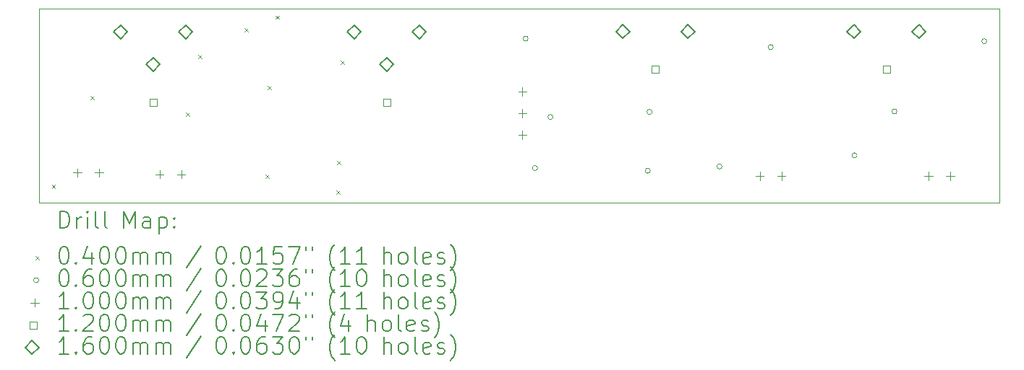
<source format=gbr>
%TF.GenerationSoftware,KiCad,Pcbnew,(7.0.0)*%
%TF.CreationDate,2023-11-09T23:31:29+01:00*%
%TF.ProjectId,xlr-inteface,786c722d-696e-4746-9566-6163652e6b69,rev?*%
%TF.SameCoordinates,Original*%
%TF.FileFunction,Drillmap*%
%TF.FilePolarity,Positive*%
%FSLAX45Y45*%
G04 Gerber Fmt 4.5, Leading zero omitted, Abs format (unit mm)*
G04 Created by KiCad (PCBNEW (7.0.0)) date 2023-11-09 23:31:29*
%MOMM*%
%LPD*%
G01*
G04 APERTURE LIST*
%ADD10C,0.100000*%
%ADD11C,0.200000*%
%ADD12C,0.040000*%
%ADD13C,0.060000*%
%ADD14C,0.120000*%
%ADD15C,0.160000*%
G04 APERTURE END LIST*
D10*
X2485000Y-3341000D02*
X13725000Y-3341000D01*
X13725000Y-3341000D02*
X13725000Y-5616000D01*
X13725000Y-5616000D02*
X2485000Y-5616000D01*
X2485000Y-5616000D02*
X2485000Y-3341000D01*
D11*
D12*
X2633000Y-5406000D02*
X2673000Y-5446000D01*
X2673000Y-5406000D02*
X2633000Y-5446000D01*
X3086000Y-4366000D02*
X3126000Y-4406000D01*
X3126000Y-4366000D02*
X3086000Y-4406000D01*
X4204000Y-4556000D02*
X4244000Y-4596000D01*
X4244000Y-4556000D02*
X4204000Y-4596000D01*
X4345000Y-3880000D02*
X4385000Y-3920000D01*
X4385000Y-3880000D02*
X4345000Y-3920000D01*
X4888000Y-3569000D02*
X4928000Y-3609000D01*
X4928000Y-3569000D02*
X4888000Y-3609000D01*
X5137000Y-5285000D02*
X5177000Y-5325000D01*
X5177000Y-5285000D02*
X5137000Y-5325000D01*
X5159000Y-4248000D02*
X5199000Y-4288000D01*
X5199000Y-4248000D02*
X5159000Y-4288000D01*
X5251000Y-3420000D02*
X5291000Y-3460000D01*
X5291000Y-3420000D02*
X5251000Y-3460000D01*
X5965000Y-5471000D02*
X6005000Y-5511000D01*
X6005000Y-5471000D02*
X5965000Y-5511000D01*
X5973000Y-5127000D02*
X6013000Y-5167000D01*
X6013000Y-5127000D02*
X5973000Y-5167000D01*
X6018182Y-3951950D02*
X6058182Y-3991950D01*
X6058182Y-3951950D02*
X6018182Y-3991950D01*
D13*
X8210000Y-3690000D02*
G75*
G03*
X8210000Y-3690000I-30000J0D01*
G01*
X8320000Y-5210000D02*
G75*
G03*
X8320000Y-5210000I-30000J0D01*
G01*
X8500000Y-4610000D02*
G75*
G03*
X8500000Y-4610000I-30000J0D01*
G01*
X9640000Y-5240000D02*
G75*
G03*
X9640000Y-5240000I-30000J0D01*
G01*
X9661000Y-4550000D02*
G75*
G03*
X9661000Y-4550000I-30000J0D01*
G01*
X10480000Y-5190000D02*
G75*
G03*
X10480000Y-5190000I-30000J0D01*
G01*
X11080000Y-3790000D02*
G75*
G03*
X11080000Y-3790000I-30000J0D01*
G01*
X12060000Y-5060000D02*
G75*
G03*
X12060000Y-5060000I-30000J0D01*
G01*
X12528000Y-4545000D02*
G75*
G03*
X12528000Y-4545000I-30000J0D01*
G01*
X13580000Y-3720000D02*
G75*
G03*
X13580000Y-3720000I-30000J0D01*
G01*
D10*
X2934000Y-5214000D02*
X2934000Y-5314000D01*
X2884000Y-5264000D02*
X2984000Y-5264000D01*
X3188000Y-5214000D02*
X3188000Y-5314000D01*
X3138000Y-5264000D02*
X3238000Y-5264000D01*
X3894000Y-5232000D02*
X3894000Y-5332000D01*
X3844000Y-5282000D02*
X3944000Y-5282000D01*
X4148000Y-5232000D02*
X4148000Y-5332000D01*
X4098000Y-5282000D02*
X4198000Y-5282000D01*
X8143000Y-4263000D02*
X8143000Y-4363000D01*
X8093000Y-4313000D02*
X8193000Y-4313000D01*
X8143000Y-4517000D02*
X8143000Y-4617000D01*
X8093000Y-4567000D02*
X8193000Y-4567000D01*
X8143000Y-4771000D02*
X8143000Y-4871000D01*
X8093000Y-4821000D02*
X8193000Y-4821000D01*
X10921500Y-5250000D02*
X10921500Y-5350000D01*
X10871500Y-5300000D02*
X10971500Y-5300000D01*
X11175500Y-5250000D02*
X11175500Y-5350000D01*
X11125500Y-5300000D02*
X11225500Y-5300000D01*
X12894500Y-5253000D02*
X12894500Y-5353000D01*
X12844500Y-5303000D02*
X12944500Y-5303000D01*
X13148500Y-5253000D02*
X13148500Y-5353000D01*
X13098500Y-5303000D02*
X13198500Y-5303000D01*
D14*
X3862177Y-4479927D02*
X3862177Y-4395073D01*
X3777323Y-4395073D01*
X3777323Y-4479927D01*
X3862177Y-4479927D01*
X6597177Y-4479927D02*
X6597177Y-4395073D01*
X6512323Y-4395073D01*
X6512323Y-4479927D01*
X6597177Y-4479927D01*
X9743427Y-4094427D02*
X9743427Y-4009573D01*
X9658573Y-4009573D01*
X9658573Y-4094427D01*
X9743427Y-4094427D01*
X12448427Y-4094427D02*
X12448427Y-4009573D01*
X12363573Y-4009573D01*
X12363573Y-4094427D01*
X12448427Y-4094427D01*
D15*
X3438750Y-3692000D02*
X3518750Y-3612000D01*
X3438750Y-3532000D01*
X3358750Y-3612000D01*
X3438750Y-3692000D01*
X3819750Y-4073000D02*
X3899750Y-3993000D01*
X3819750Y-3913000D01*
X3739750Y-3993000D01*
X3819750Y-4073000D01*
X4200750Y-3692000D02*
X4280750Y-3612000D01*
X4200750Y-3532000D01*
X4120750Y-3612000D01*
X4200750Y-3692000D01*
X6173750Y-3692000D02*
X6253750Y-3612000D01*
X6173750Y-3532000D01*
X6093750Y-3612000D01*
X6173750Y-3692000D01*
X6554750Y-4073000D02*
X6634750Y-3993000D01*
X6554750Y-3913000D01*
X6474750Y-3993000D01*
X6554750Y-4073000D01*
X6935750Y-3692000D02*
X7015750Y-3612000D01*
X6935750Y-3532000D01*
X6855750Y-3612000D01*
X6935750Y-3692000D01*
X9320000Y-3687000D02*
X9400000Y-3607000D01*
X9320000Y-3527000D01*
X9240000Y-3607000D01*
X9320000Y-3687000D01*
X10082000Y-3687000D02*
X10162000Y-3607000D01*
X10082000Y-3527000D01*
X10002000Y-3607000D01*
X10082000Y-3687000D01*
X12025000Y-3687000D02*
X12105000Y-3607000D01*
X12025000Y-3527000D01*
X11945000Y-3607000D01*
X12025000Y-3687000D01*
X12787000Y-3687000D02*
X12867000Y-3607000D01*
X12787000Y-3527000D01*
X12707000Y-3607000D01*
X12787000Y-3687000D01*
D11*
X2727619Y-5914476D02*
X2727619Y-5714476D01*
X2727619Y-5714476D02*
X2775238Y-5714476D01*
X2775238Y-5714476D02*
X2803809Y-5724000D01*
X2803809Y-5724000D02*
X2822857Y-5743048D01*
X2822857Y-5743048D02*
X2832381Y-5762095D01*
X2832381Y-5762095D02*
X2841905Y-5800190D01*
X2841905Y-5800190D02*
X2841905Y-5828762D01*
X2841905Y-5828762D02*
X2832381Y-5866857D01*
X2832381Y-5866857D02*
X2822857Y-5885905D01*
X2822857Y-5885905D02*
X2803809Y-5904952D01*
X2803809Y-5904952D02*
X2775238Y-5914476D01*
X2775238Y-5914476D02*
X2727619Y-5914476D01*
X2927619Y-5914476D02*
X2927619Y-5781143D01*
X2927619Y-5819238D02*
X2937143Y-5800190D01*
X2937143Y-5800190D02*
X2946667Y-5790667D01*
X2946667Y-5790667D02*
X2965714Y-5781143D01*
X2965714Y-5781143D02*
X2984762Y-5781143D01*
X3051428Y-5914476D02*
X3051428Y-5781143D01*
X3051428Y-5714476D02*
X3041905Y-5724000D01*
X3041905Y-5724000D02*
X3051428Y-5733524D01*
X3051428Y-5733524D02*
X3060952Y-5724000D01*
X3060952Y-5724000D02*
X3051428Y-5714476D01*
X3051428Y-5714476D02*
X3051428Y-5733524D01*
X3175238Y-5914476D02*
X3156190Y-5904952D01*
X3156190Y-5904952D02*
X3146667Y-5885905D01*
X3146667Y-5885905D02*
X3146667Y-5714476D01*
X3280000Y-5914476D02*
X3260952Y-5904952D01*
X3260952Y-5904952D02*
X3251428Y-5885905D01*
X3251428Y-5885905D02*
X3251428Y-5714476D01*
X3476190Y-5914476D02*
X3476190Y-5714476D01*
X3476190Y-5714476D02*
X3542857Y-5857333D01*
X3542857Y-5857333D02*
X3609524Y-5714476D01*
X3609524Y-5714476D02*
X3609524Y-5914476D01*
X3790476Y-5914476D02*
X3790476Y-5809714D01*
X3790476Y-5809714D02*
X3780952Y-5790667D01*
X3780952Y-5790667D02*
X3761905Y-5781143D01*
X3761905Y-5781143D02*
X3723809Y-5781143D01*
X3723809Y-5781143D02*
X3704762Y-5790667D01*
X3790476Y-5904952D02*
X3771428Y-5914476D01*
X3771428Y-5914476D02*
X3723809Y-5914476D01*
X3723809Y-5914476D02*
X3704762Y-5904952D01*
X3704762Y-5904952D02*
X3695238Y-5885905D01*
X3695238Y-5885905D02*
X3695238Y-5866857D01*
X3695238Y-5866857D02*
X3704762Y-5847809D01*
X3704762Y-5847809D02*
X3723809Y-5838286D01*
X3723809Y-5838286D02*
X3771428Y-5838286D01*
X3771428Y-5838286D02*
X3790476Y-5828762D01*
X3885714Y-5781143D02*
X3885714Y-5981143D01*
X3885714Y-5790667D02*
X3904762Y-5781143D01*
X3904762Y-5781143D02*
X3942857Y-5781143D01*
X3942857Y-5781143D02*
X3961905Y-5790667D01*
X3961905Y-5790667D02*
X3971428Y-5800190D01*
X3971428Y-5800190D02*
X3980952Y-5819238D01*
X3980952Y-5819238D02*
X3980952Y-5876381D01*
X3980952Y-5876381D02*
X3971428Y-5895428D01*
X3971428Y-5895428D02*
X3961905Y-5904952D01*
X3961905Y-5904952D02*
X3942857Y-5914476D01*
X3942857Y-5914476D02*
X3904762Y-5914476D01*
X3904762Y-5914476D02*
X3885714Y-5904952D01*
X4066667Y-5895428D02*
X4076190Y-5904952D01*
X4076190Y-5904952D02*
X4066667Y-5914476D01*
X4066667Y-5914476D02*
X4057143Y-5904952D01*
X4057143Y-5904952D02*
X4066667Y-5895428D01*
X4066667Y-5895428D02*
X4066667Y-5914476D01*
X4066667Y-5790667D02*
X4076190Y-5800190D01*
X4076190Y-5800190D02*
X4066667Y-5809714D01*
X4066667Y-5809714D02*
X4057143Y-5800190D01*
X4057143Y-5800190D02*
X4066667Y-5790667D01*
X4066667Y-5790667D02*
X4066667Y-5809714D01*
D12*
X2440000Y-6241000D02*
X2480000Y-6281000D01*
X2480000Y-6241000D02*
X2440000Y-6281000D01*
D11*
X2765714Y-6134476D02*
X2784762Y-6134476D01*
X2784762Y-6134476D02*
X2803809Y-6144000D01*
X2803809Y-6144000D02*
X2813333Y-6153524D01*
X2813333Y-6153524D02*
X2822857Y-6172571D01*
X2822857Y-6172571D02*
X2832381Y-6210667D01*
X2832381Y-6210667D02*
X2832381Y-6258286D01*
X2832381Y-6258286D02*
X2822857Y-6296381D01*
X2822857Y-6296381D02*
X2813333Y-6315428D01*
X2813333Y-6315428D02*
X2803809Y-6324952D01*
X2803809Y-6324952D02*
X2784762Y-6334476D01*
X2784762Y-6334476D02*
X2765714Y-6334476D01*
X2765714Y-6334476D02*
X2746667Y-6324952D01*
X2746667Y-6324952D02*
X2737143Y-6315428D01*
X2737143Y-6315428D02*
X2727619Y-6296381D01*
X2727619Y-6296381D02*
X2718095Y-6258286D01*
X2718095Y-6258286D02*
X2718095Y-6210667D01*
X2718095Y-6210667D02*
X2727619Y-6172571D01*
X2727619Y-6172571D02*
X2737143Y-6153524D01*
X2737143Y-6153524D02*
X2746667Y-6144000D01*
X2746667Y-6144000D02*
X2765714Y-6134476D01*
X2918095Y-6315428D02*
X2927619Y-6324952D01*
X2927619Y-6324952D02*
X2918095Y-6334476D01*
X2918095Y-6334476D02*
X2908571Y-6324952D01*
X2908571Y-6324952D02*
X2918095Y-6315428D01*
X2918095Y-6315428D02*
X2918095Y-6334476D01*
X3099048Y-6201143D02*
X3099048Y-6334476D01*
X3051428Y-6124952D02*
X3003809Y-6267809D01*
X3003809Y-6267809D02*
X3127619Y-6267809D01*
X3241905Y-6134476D02*
X3260952Y-6134476D01*
X3260952Y-6134476D02*
X3280000Y-6144000D01*
X3280000Y-6144000D02*
X3289524Y-6153524D01*
X3289524Y-6153524D02*
X3299048Y-6172571D01*
X3299048Y-6172571D02*
X3308571Y-6210667D01*
X3308571Y-6210667D02*
X3308571Y-6258286D01*
X3308571Y-6258286D02*
X3299048Y-6296381D01*
X3299048Y-6296381D02*
X3289524Y-6315428D01*
X3289524Y-6315428D02*
X3280000Y-6324952D01*
X3280000Y-6324952D02*
X3260952Y-6334476D01*
X3260952Y-6334476D02*
X3241905Y-6334476D01*
X3241905Y-6334476D02*
X3222857Y-6324952D01*
X3222857Y-6324952D02*
X3213333Y-6315428D01*
X3213333Y-6315428D02*
X3203809Y-6296381D01*
X3203809Y-6296381D02*
X3194286Y-6258286D01*
X3194286Y-6258286D02*
X3194286Y-6210667D01*
X3194286Y-6210667D02*
X3203809Y-6172571D01*
X3203809Y-6172571D02*
X3213333Y-6153524D01*
X3213333Y-6153524D02*
X3222857Y-6144000D01*
X3222857Y-6144000D02*
X3241905Y-6134476D01*
X3432381Y-6134476D02*
X3451429Y-6134476D01*
X3451429Y-6134476D02*
X3470476Y-6144000D01*
X3470476Y-6144000D02*
X3480000Y-6153524D01*
X3480000Y-6153524D02*
X3489524Y-6172571D01*
X3489524Y-6172571D02*
X3499048Y-6210667D01*
X3499048Y-6210667D02*
X3499048Y-6258286D01*
X3499048Y-6258286D02*
X3489524Y-6296381D01*
X3489524Y-6296381D02*
X3480000Y-6315428D01*
X3480000Y-6315428D02*
X3470476Y-6324952D01*
X3470476Y-6324952D02*
X3451429Y-6334476D01*
X3451429Y-6334476D02*
X3432381Y-6334476D01*
X3432381Y-6334476D02*
X3413333Y-6324952D01*
X3413333Y-6324952D02*
X3403809Y-6315428D01*
X3403809Y-6315428D02*
X3394286Y-6296381D01*
X3394286Y-6296381D02*
X3384762Y-6258286D01*
X3384762Y-6258286D02*
X3384762Y-6210667D01*
X3384762Y-6210667D02*
X3394286Y-6172571D01*
X3394286Y-6172571D02*
X3403809Y-6153524D01*
X3403809Y-6153524D02*
X3413333Y-6144000D01*
X3413333Y-6144000D02*
X3432381Y-6134476D01*
X3584762Y-6334476D02*
X3584762Y-6201143D01*
X3584762Y-6220190D02*
X3594286Y-6210667D01*
X3594286Y-6210667D02*
X3613333Y-6201143D01*
X3613333Y-6201143D02*
X3641905Y-6201143D01*
X3641905Y-6201143D02*
X3660952Y-6210667D01*
X3660952Y-6210667D02*
X3670476Y-6229714D01*
X3670476Y-6229714D02*
X3670476Y-6334476D01*
X3670476Y-6229714D02*
X3680000Y-6210667D01*
X3680000Y-6210667D02*
X3699048Y-6201143D01*
X3699048Y-6201143D02*
X3727619Y-6201143D01*
X3727619Y-6201143D02*
X3746667Y-6210667D01*
X3746667Y-6210667D02*
X3756190Y-6229714D01*
X3756190Y-6229714D02*
X3756190Y-6334476D01*
X3851429Y-6334476D02*
X3851429Y-6201143D01*
X3851429Y-6220190D02*
X3860952Y-6210667D01*
X3860952Y-6210667D02*
X3880000Y-6201143D01*
X3880000Y-6201143D02*
X3908571Y-6201143D01*
X3908571Y-6201143D02*
X3927619Y-6210667D01*
X3927619Y-6210667D02*
X3937143Y-6229714D01*
X3937143Y-6229714D02*
X3937143Y-6334476D01*
X3937143Y-6229714D02*
X3946667Y-6210667D01*
X3946667Y-6210667D02*
X3965714Y-6201143D01*
X3965714Y-6201143D02*
X3994286Y-6201143D01*
X3994286Y-6201143D02*
X4013333Y-6210667D01*
X4013333Y-6210667D02*
X4022857Y-6229714D01*
X4022857Y-6229714D02*
X4022857Y-6334476D01*
X4380952Y-6124952D02*
X4209524Y-6382095D01*
X4605714Y-6134476D02*
X4624762Y-6134476D01*
X4624762Y-6134476D02*
X4643810Y-6144000D01*
X4643810Y-6144000D02*
X4653333Y-6153524D01*
X4653333Y-6153524D02*
X4662857Y-6172571D01*
X4662857Y-6172571D02*
X4672381Y-6210667D01*
X4672381Y-6210667D02*
X4672381Y-6258286D01*
X4672381Y-6258286D02*
X4662857Y-6296381D01*
X4662857Y-6296381D02*
X4653333Y-6315428D01*
X4653333Y-6315428D02*
X4643810Y-6324952D01*
X4643810Y-6324952D02*
X4624762Y-6334476D01*
X4624762Y-6334476D02*
X4605714Y-6334476D01*
X4605714Y-6334476D02*
X4586667Y-6324952D01*
X4586667Y-6324952D02*
X4577143Y-6315428D01*
X4577143Y-6315428D02*
X4567619Y-6296381D01*
X4567619Y-6296381D02*
X4558095Y-6258286D01*
X4558095Y-6258286D02*
X4558095Y-6210667D01*
X4558095Y-6210667D02*
X4567619Y-6172571D01*
X4567619Y-6172571D02*
X4577143Y-6153524D01*
X4577143Y-6153524D02*
X4586667Y-6144000D01*
X4586667Y-6144000D02*
X4605714Y-6134476D01*
X4758095Y-6315428D02*
X4767619Y-6324952D01*
X4767619Y-6324952D02*
X4758095Y-6334476D01*
X4758095Y-6334476D02*
X4748572Y-6324952D01*
X4748572Y-6324952D02*
X4758095Y-6315428D01*
X4758095Y-6315428D02*
X4758095Y-6334476D01*
X4891429Y-6134476D02*
X4910476Y-6134476D01*
X4910476Y-6134476D02*
X4929524Y-6144000D01*
X4929524Y-6144000D02*
X4939048Y-6153524D01*
X4939048Y-6153524D02*
X4948572Y-6172571D01*
X4948572Y-6172571D02*
X4958095Y-6210667D01*
X4958095Y-6210667D02*
X4958095Y-6258286D01*
X4958095Y-6258286D02*
X4948572Y-6296381D01*
X4948572Y-6296381D02*
X4939048Y-6315428D01*
X4939048Y-6315428D02*
X4929524Y-6324952D01*
X4929524Y-6324952D02*
X4910476Y-6334476D01*
X4910476Y-6334476D02*
X4891429Y-6334476D01*
X4891429Y-6334476D02*
X4872381Y-6324952D01*
X4872381Y-6324952D02*
X4862857Y-6315428D01*
X4862857Y-6315428D02*
X4853333Y-6296381D01*
X4853333Y-6296381D02*
X4843810Y-6258286D01*
X4843810Y-6258286D02*
X4843810Y-6210667D01*
X4843810Y-6210667D02*
X4853333Y-6172571D01*
X4853333Y-6172571D02*
X4862857Y-6153524D01*
X4862857Y-6153524D02*
X4872381Y-6144000D01*
X4872381Y-6144000D02*
X4891429Y-6134476D01*
X5148572Y-6334476D02*
X5034286Y-6334476D01*
X5091429Y-6334476D02*
X5091429Y-6134476D01*
X5091429Y-6134476D02*
X5072381Y-6163048D01*
X5072381Y-6163048D02*
X5053333Y-6182095D01*
X5053333Y-6182095D02*
X5034286Y-6191619D01*
X5329524Y-6134476D02*
X5234286Y-6134476D01*
X5234286Y-6134476D02*
X5224762Y-6229714D01*
X5224762Y-6229714D02*
X5234286Y-6220190D01*
X5234286Y-6220190D02*
X5253333Y-6210667D01*
X5253333Y-6210667D02*
X5300953Y-6210667D01*
X5300953Y-6210667D02*
X5320000Y-6220190D01*
X5320000Y-6220190D02*
X5329524Y-6229714D01*
X5329524Y-6229714D02*
X5339048Y-6248762D01*
X5339048Y-6248762D02*
X5339048Y-6296381D01*
X5339048Y-6296381D02*
X5329524Y-6315428D01*
X5329524Y-6315428D02*
X5320000Y-6324952D01*
X5320000Y-6324952D02*
X5300953Y-6334476D01*
X5300953Y-6334476D02*
X5253333Y-6334476D01*
X5253333Y-6334476D02*
X5234286Y-6324952D01*
X5234286Y-6324952D02*
X5224762Y-6315428D01*
X5405714Y-6134476D02*
X5539048Y-6134476D01*
X5539048Y-6134476D02*
X5453333Y-6334476D01*
X5605714Y-6134476D02*
X5605714Y-6172571D01*
X5681905Y-6134476D02*
X5681905Y-6172571D01*
X5944762Y-6410667D02*
X5935238Y-6401143D01*
X5935238Y-6401143D02*
X5916191Y-6372571D01*
X5916191Y-6372571D02*
X5906667Y-6353524D01*
X5906667Y-6353524D02*
X5897143Y-6324952D01*
X5897143Y-6324952D02*
X5887619Y-6277333D01*
X5887619Y-6277333D02*
X5887619Y-6239238D01*
X5887619Y-6239238D02*
X5897143Y-6191619D01*
X5897143Y-6191619D02*
X5906667Y-6163048D01*
X5906667Y-6163048D02*
X5916191Y-6144000D01*
X5916191Y-6144000D02*
X5935238Y-6115428D01*
X5935238Y-6115428D02*
X5944762Y-6105905D01*
X6125714Y-6334476D02*
X6011429Y-6334476D01*
X6068571Y-6334476D02*
X6068571Y-6134476D01*
X6068571Y-6134476D02*
X6049524Y-6163048D01*
X6049524Y-6163048D02*
X6030476Y-6182095D01*
X6030476Y-6182095D02*
X6011429Y-6191619D01*
X6316191Y-6334476D02*
X6201905Y-6334476D01*
X6259048Y-6334476D02*
X6259048Y-6134476D01*
X6259048Y-6134476D02*
X6240000Y-6163048D01*
X6240000Y-6163048D02*
X6220952Y-6182095D01*
X6220952Y-6182095D02*
X6201905Y-6191619D01*
X6521905Y-6334476D02*
X6521905Y-6134476D01*
X6607619Y-6334476D02*
X6607619Y-6229714D01*
X6607619Y-6229714D02*
X6598095Y-6210667D01*
X6598095Y-6210667D02*
X6579048Y-6201143D01*
X6579048Y-6201143D02*
X6550476Y-6201143D01*
X6550476Y-6201143D02*
X6531429Y-6210667D01*
X6531429Y-6210667D02*
X6521905Y-6220190D01*
X6731429Y-6334476D02*
X6712381Y-6324952D01*
X6712381Y-6324952D02*
X6702857Y-6315428D01*
X6702857Y-6315428D02*
X6693333Y-6296381D01*
X6693333Y-6296381D02*
X6693333Y-6239238D01*
X6693333Y-6239238D02*
X6702857Y-6220190D01*
X6702857Y-6220190D02*
X6712381Y-6210667D01*
X6712381Y-6210667D02*
X6731429Y-6201143D01*
X6731429Y-6201143D02*
X6760000Y-6201143D01*
X6760000Y-6201143D02*
X6779048Y-6210667D01*
X6779048Y-6210667D02*
X6788572Y-6220190D01*
X6788572Y-6220190D02*
X6798095Y-6239238D01*
X6798095Y-6239238D02*
X6798095Y-6296381D01*
X6798095Y-6296381D02*
X6788572Y-6315428D01*
X6788572Y-6315428D02*
X6779048Y-6324952D01*
X6779048Y-6324952D02*
X6760000Y-6334476D01*
X6760000Y-6334476D02*
X6731429Y-6334476D01*
X6912381Y-6334476D02*
X6893333Y-6324952D01*
X6893333Y-6324952D02*
X6883810Y-6305905D01*
X6883810Y-6305905D02*
X6883810Y-6134476D01*
X7064762Y-6324952D02*
X7045714Y-6334476D01*
X7045714Y-6334476D02*
X7007619Y-6334476D01*
X7007619Y-6334476D02*
X6988572Y-6324952D01*
X6988572Y-6324952D02*
X6979048Y-6305905D01*
X6979048Y-6305905D02*
X6979048Y-6229714D01*
X6979048Y-6229714D02*
X6988572Y-6210667D01*
X6988572Y-6210667D02*
X7007619Y-6201143D01*
X7007619Y-6201143D02*
X7045714Y-6201143D01*
X7045714Y-6201143D02*
X7064762Y-6210667D01*
X7064762Y-6210667D02*
X7074286Y-6229714D01*
X7074286Y-6229714D02*
X7074286Y-6248762D01*
X7074286Y-6248762D02*
X6979048Y-6267809D01*
X7150476Y-6324952D02*
X7169524Y-6334476D01*
X7169524Y-6334476D02*
X7207619Y-6334476D01*
X7207619Y-6334476D02*
X7226667Y-6324952D01*
X7226667Y-6324952D02*
X7236191Y-6305905D01*
X7236191Y-6305905D02*
X7236191Y-6296381D01*
X7236191Y-6296381D02*
X7226667Y-6277333D01*
X7226667Y-6277333D02*
X7207619Y-6267809D01*
X7207619Y-6267809D02*
X7179048Y-6267809D01*
X7179048Y-6267809D02*
X7160000Y-6258286D01*
X7160000Y-6258286D02*
X7150476Y-6239238D01*
X7150476Y-6239238D02*
X7150476Y-6229714D01*
X7150476Y-6229714D02*
X7160000Y-6210667D01*
X7160000Y-6210667D02*
X7179048Y-6201143D01*
X7179048Y-6201143D02*
X7207619Y-6201143D01*
X7207619Y-6201143D02*
X7226667Y-6210667D01*
X7302857Y-6410667D02*
X7312381Y-6401143D01*
X7312381Y-6401143D02*
X7331429Y-6372571D01*
X7331429Y-6372571D02*
X7340953Y-6353524D01*
X7340953Y-6353524D02*
X7350476Y-6324952D01*
X7350476Y-6324952D02*
X7360000Y-6277333D01*
X7360000Y-6277333D02*
X7360000Y-6239238D01*
X7360000Y-6239238D02*
X7350476Y-6191619D01*
X7350476Y-6191619D02*
X7340953Y-6163048D01*
X7340953Y-6163048D02*
X7331429Y-6144000D01*
X7331429Y-6144000D02*
X7312381Y-6115428D01*
X7312381Y-6115428D02*
X7302857Y-6105905D01*
D13*
X2480000Y-6525000D02*
G75*
G03*
X2480000Y-6525000I-30000J0D01*
G01*
D11*
X2765714Y-6398476D02*
X2784762Y-6398476D01*
X2784762Y-6398476D02*
X2803809Y-6408000D01*
X2803809Y-6408000D02*
X2813333Y-6417524D01*
X2813333Y-6417524D02*
X2822857Y-6436571D01*
X2822857Y-6436571D02*
X2832381Y-6474667D01*
X2832381Y-6474667D02*
X2832381Y-6522286D01*
X2832381Y-6522286D02*
X2822857Y-6560381D01*
X2822857Y-6560381D02*
X2813333Y-6579428D01*
X2813333Y-6579428D02*
X2803809Y-6588952D01*
X2803809Y-6588952D02*
X2784762Y-6598476D01*
X2784762Y-6598476D02*
X2765714Y-6598476D01*
X2765714Y-6598476D02*
X2746667Y-6588952D01*
X2746667Y-6588952D02*
X2737143Y-6579428D01*
X2737143Y-6579428D02*
X2727619Y-6560381D01*
X2727619Y-6560381D02*
X2718095Y-6522286D01*
X2718095Y-6522286D02*
X2718095Y-6474667D01*
X2718095Y-6474667D02*
X2727619Y-6436571D01*
X2727619Y-6436571D02*
X2737143Y-6417524D01*
X2737143Y-6417524D02*
X2746667Y-6408000D01*
X2746667Y-6408000D02*
X2765714Y-6398476D01*
X2918095Y-6579428D02*
X2927619Y-6588952D01*
X2927619Y-6588952D02*
X2918095Y-6598476D01*
X2918095Y-6598476D02*
X2908571Y-6588952D01*
X2908571Y-6588952D02*
X2918095Y-6579428D01*
X2918095Y-6579428D02*
X2918095Y-6598476D01*
X3099048Y-6398476D02*
X3060952Y-6398476D01*
X3060952Y-6398476D02*
X3041905Y-6408000D01*
X3041905Y-6408000D02*
X3032381Y-6417524D01*
X3032381Y-6417524D02*
X3013333Y-6446095D01*
X3013333Y-6446095D02*
X3003809Y-6484190D01*
X3003809Y-6484190D02*
X3003809Y-6560381D01*
X3003809Y-6560381D02*
X3013333Y-6579428D01*
X3013333Y-6579428D02*
X3022857Y-6588952D01*
X3022857Y-6588952D02*
X3041905Y-6598476D01*
X3041905Y-6598476D02*
X3080000Y-6598476D01*
X3080000Y-6598476D02*
X3099048Y-6588952D01*
X3099048Y-6588952D02*
X3108571Y-6579428D01*
X3108571Y-6579428D02*
X3118095Y-6560381D01*
X3118095Y-6560381D02*
X3118095Y-6512762D01*
X3118095Y-6512762D02*
X3108571Y-6493714D01*
X3108571Y-6493714D02*
X3099048Y-6484190D01*
X3099048Y-6484190D02*
X3080000Y-6474667D01*
X3080000Y-6474667D02*
X3041905Y-6474667D01*
X3041905Y-6474667D02*
X3022857Y-6484190D01*
X3022857Y-6484190D02*
X3013333Y-6493714D01*
X3013333Y-6493714D02*
X3003809Y-6512762D01*
X3241905Y-6398476D02*
X3260952Y-6398476D01*
X3260952Y-6398476D02*
X3280000Y-6408000D01*
X3280000Y-6408000D02*
X3289524Y-6417524D01*
X3289524Y-6417524D02*
X3299048Y-6436571D01*
X3299048Y-6436571D02*
X3308571Y-6474667D01*
X3308571Y-6474667D02*
X3308571Y-6522286D01*
X3308571Y-6522286D02*
X3299048Y-6560381D01*
X3299048Y-6560381D02*
X3289524Y-6579428D01*
X3289524Y-6579428D02*
X3280000Y-6588952D01*
X3280000Y-6588952D02*
X3260952Y-6598476D01*
X3260952Y-6598476D02*
X3241905Y-6598476D01*
X3241905Y-6598476D02*
X3222857Y-6588952D01*
X3222857Y-6588952D02*
X3213333Y-6579428D01*
X3213333Y-6579428D02*
X3203809Y-6560381D01*
X3203809Y-6560381D02*
X3194286Y-6522286D01*
X3194286Y-6522286D02*
X3194286Y-6474667D01*
X3194286Y-6474667D02*
X3203809Y-6436571D01*
X3203809Y-6436571D02*
X3213333Y-6417524D01*
X3213333Y-6417524D02*
X3222857Y-6408000D01*
X3222857Y-6408000D02*
X3241905Y-6398476D01*
X3432381Y-6398476D02*
X3451429Y-6398476D01*
X3451429Y-6398476D02*
X3470476Y-6408000D01*
X3470476Y-6408000D02*
X3480000Y-6417524D01*
X3480000Y-6417524D02*
X3489524Y-6436571D01*
X3489524Y-6436571D02*
X3499048Y-6474667D01*
X3499048Y-6474667D02*
X3499048Y-6522286D01*
X3499048Y-6522286D02*
X3489524Y-6560381D01*
X3489524Y-6560381D02*
X3480000Y-6579428D01*
X3480000Y-6579428D02*
X3470476Y-6588952D01*
X3470476Y-6588952D02*
X3451429Y-6598476D01*
X3451429Y-6598476D02*
X3432381Y-6598476D01*
X3432381Y-6598476D02*
X3413333Y-6588952D01*
X3413333Y-6588952D02*
X3403809Y-6579428D01*
X3403809Y-6579428D02*
X3394286Y-6560381D01*
X3394286Y-6560381D02*
X3384762Y-6522286D01*
X3384762Y-6522286D02*
X3384762Y-6474667D01*
X3384762Y-6474667D02*
X3394286Y-6436571D01*
X3394286Y-6436571D02*
X3403809Y-6417524D01*
X3403809Y-6417524D02*
X3413333Y-6408000D01*
X3413333Y-6408000D02*
X3432381Y-6398476D01*
X3584762Y-6598476D02*
X3584762Y-6465143D01*
X3584762Y-6484190D02*
X3594286Y-6474667D01*
X3594286Y-6474667D02*
X3613333Y-6465143D01*
X3613333Y-6465143D02*
X3641905Y-6465143D01*
X3641905Y-6465143D02*
X3660952Y-6474667D01*
X3660952Y-6474667D02*
X3670476Y-6493714D01*
X3670476Y-6493714D02*
X3670476Y-6598476D01*
X3670476Y-6493714D02*
X3680000Y-6474667D01*
X3680000Y-6474667D02*
X3699048Y-6465143D01*
X3699048Y-6465143D02*
X3727619Y-6465143D01*
X3727619Y-6465143D02*
X3746667Y-6474667D01*
X3746667Y-6474667D02*
X3756190Y-6493714D01*
X3756190Y-6493714D02*
X3756190Y-6598476D01*
X3851429Y-6598476D02*
X3851429Y-6465143D01*
X3851429Y-6484190D02*
X3860952Y-6474667D01*
X3860952Y-6474667D02*
X3880000Y-6465143D01*
X3880000Y-6465143D02*
X3908571Y-6465143D01*
X3908571Y-6465143D02*
X3927619Y-6474667D01*
X3927619Y-6474667D02*
X3937143Y-6493714D01*
X3937143Y-6493714D02*
X3937143Y-6598476D01*
X3937143Y-6493714D02*
X3946667Y-6474667D01*
X3946667Y-6474667D02*
X3965714Y-6465143D01*
X3965714Y-6465143D02*
X3994286Y-6465143D01*
X3994286Y-6465143D02*
X4013333Y-6474667D01*
X4013333Y-6474667D02*
X4022857Y-6493714D01*
X4022857Y-6493714D02*
X4022857Y-6598476D01*
X4380952Y-6388952D02*
X4209524Y-6646095D01*
X4605714Y-6398476D02*
X4624762Y-6398476D01*
X4624762Y-6398476D02*
X4643810Y-6408000D01*
X4643810Y-6408000D02*
X4653333Y-6417524D01*
X4653333Y-6417524D02*
X4662857Y-6436571D01*
X4662857Y-6436571D02*
X4672381Y-6474667D01*
X4672381Y-6474667D02*
X4672381Y-6522286D01*
X4672381Y-6522286D02*
X4662857Y-6560381D01*
X4662857Y-6560381D02*
X4653333Y-6579428D01*
X4653333Y-6579428D02*
X4643810Y-6588952D01*
X4643810Y-6588952D02*
X4624762Y-6598476D01*
X4624762Y-6598476D02*
X4605714Y-6598476D01*
X4605714Y-6598476D02*
X4586667Y-6588952D01*
X4586667Y-6588952D02*
X4577143Y-6579428D01*
X4577143Y-6579428D02*
X4567619Y-6560381D01*
X4567619Y-6560381D02*
X4558095Y-6522286D01*
X4558095Y-6522286D02*
X4558095Y-6474667D01*
X4558095Y-6474667D02*
X4567619Y-6436571D01*
X4567619Y-6436571D02*
X4577143Y-6417524D01*
X4577143Y-6417524D02*
X4586667Y-6408000D01*
X4586667Y-6408000D02*
X4605714Y-6398476D01*
X4758095Y-6579428D02*
X4767619Y-6588952D01*
X4767619Y-6588952D02*
X4758095Y-6598476D01*
X4758095Y-6598476D02*
X4748572Y-6588952D01*
X4748572Y-6588952D02*
X4758095Y-6579428D01*
X4758095Y-6579428D02*
X4758095Y-6598476D01*
X4891429Y-6398476D02*
X4910476Y-6398476D01*
X4910476Y-6398476D02*
X4929524Y-6408000D01*
X4929524Y-6408000D02*
X4939048Y-6417524D01*
X4939048Y-6417524D02*
X4948572Y-6436571D01*
X4948572Y-6436571D02*
X4958095Y-6474667D01*
X4958095Y-6474667D02*
X4958095Y-6522286D01*
X4958095Y-6522286D02*
X4948572Y-6560381D01*
X4948572Y-6560381D02*
X4939048Y-6579428D01*
X4939048Y-6579428D02*
X4929524Y-6588952D01*
X4929524Y-6588952D02*
X4910476Y-6598476D01*
X4910476Y-6598476D02*
X4891429Y-6598476D01*
X4891429Y-6598476D02*
X4872381Y-6588952D01*
X4872381Y-6588952D02*
X4862857Y-6579428D01*
X4862857Y-6579428D02*
X4853333Y-6560381D01*
X4853333Y-6560381D02*
X4843810Y-6522286D01*
X4843810Y-6522286D02*
X4843810Y-6474667D01*
X4843810Y-6474667D02*
X4853333Y-6436571D01*
X4853333Y-6436571D02*
X4862857Y-6417524D01*
X4862857Y-6417524D02*
X4872381Y-6408000D01*
X4872381Y-6408000D02*
X4891429Y-6398476D01*
X5034286Y-6417524D02*
X5043810Y-6408000D01*
X5043810Y-6408000D02*
X5062857Y-6398476D01*
X5062857Y-6398476D02*
X5110476Y-6398476D01*
X5110476Y-6398476D02*
X5129524Y-6408000D01*
X5129524Y-6408000D02*
X5139048Y-6417524D01*
X5139048Y-6417524D02*
X5148572Y-6436571D01*
X5148572Y-6436571D02*
X5148572Y-6455619D01*
X5148572Y-6455619D02*
X5139048Y-6484190D01*
X5139048Y-6484190D02*
X5024762Y-6598476D01*
X5024762Y-6598476D02*
X5148572Y-6598476D01*
X5215238Y-6398476D02*
X5339048Y-6398476D01*
X5339048Y-6398476D02*
X5272381Y-6474667D01*
X5272381Y-6474667D02*
X5300953Y-6474667D01*
X5300953Y-6474667D02*
X5320000Y-6484190D01*
X5320000Y-6484190D02*
X5329524Y-6493714D01*
X5329524Y-6493714D02*
X5339048Y-6512762D01*
X5339048Y-6512762D02*
X5339048Y-6560381D01*
X5339048Y-6560381D02*
X5329524Y-6579428D01*
X5329524Y-6579428D02*
X5320000Y-6588952D01*
X5320000Y-6588952D02*
X5300953Y-6598476D01*
X5300953Y-6598476D02*
X5243810Y-6598476D01*
X5243810Y-6598476D02*
X5224762Y-6588952D01*
X5224762Y-6588952D02*
X5215238Y-6579428D01*
X5510476Y-6398476D02*
X5472381Y-6398476D01*
X5472381Y-6398476D02*
X5453333Y-6408000D01*
X5453333Y-6408000D02*
X5443810Y-6417524D01*
X5443810Y-6417524D02*
X5424762Y-6446095D01*
X5424762Y-6446095D02*
X5415238Y-6484190D01*
X5415238Y-6484190D02*
X5415238Y-6560381D01*
X5415238Y-6560381D02*
X5424762Y-6579428D01*
X5424762Y-6579428D02*
X5434286Y-6588952D01*
X5434286Y-6588952D02*
X5453333Y-6598476D01*
X5453333Y-6598476D02*
X5491429Y-6598476D01*
X5491429Y-6598476D02*
X5510476Y-6588952D01*
X5510476Y-6588952D02*
X5520000Y-6579428D01*
X5520000Y-6579428D02*
X5529524Y-6560381D01*
X5529524Y-6560381D02*
X5529524Y-6512762D01*
X5529524Y-6512762D02*
X5520000Y-6493714D01*
X5520000Y-6493714D02*
X5510476Y-6484190D01*
X5510476Y-6484190D02*
X5491429Y-6474667D01*
X5491429Y-6474667D02*
X5453333Y-6474667D01*
X5453333Y-6474667D02*
X5434286Y-6484190D01*
X5434286Y-6484190D02*
X5424762Y-6493714D01*
X5424762Y-6493714D02*
X5415238Y-6512762D01*
X5605714Y-6398476D02*
X5605714Y-6436571D01*
X5681905Y-6398476D02*
X5681905Y-6436571D01*
X5944762Y-6674667D02*
X5935238Y-6665143D01*
X5935238Y-6665143D02*
X5916191Y-6636571D01*
X5916191Y-6636571D02*
X5906667Y-6617524D01*
X5906667Y-6617524D02*
X5897143Y-6588952D01*
X5897143Y-6588952D02*
X5887619Y-6541333D01*
X5887619Y-6541333D02*
X5887619Y-6503238D01*
X5887619Y-6503238D02*
X5897143Y-6455619D01*
X5897143Y-6455619D02*
X5906667Y-6427048D01*
X5906667Y-6427048D02*
X5916191Y-6408000D01*
X5916191Y-6408000D02*
X5935238Y-6379428D01*
X5935238Y-6379428D02*
X5944762Y-6369905D01*
X6125714Y-6598476D02*
X6011429Y-6598476D01*
X6068571Y-6598476D02*
X6068571Y-6398476D01*
X6068571Y-6398476D02*
X6049524Y-6427048D01*
X6049524Y-6427048D02*
X6030476Y-6446095D01*
X6030476Y-6446095D02*
X6011429Y-6455619D01*
X6249524Y-6398476D02*
X6268572Y-6398476D01*
X6268572Y-6398476D02*
X6287619Y-6408000D01*
X6287619Y-6408000D02*
X6297143Y-6417524D01*
X6297143Y-6417524D02*
X6306667Y-6436571D01*
X6306667Y-6436571D02*
X6316191Y-6474667D01*
X6316191Y-6474667D02*
X6316191Y-6522286D01*
X6316191Y-6522286D02*
X6306667Y-6560381D01*
X6306667Y-6560381D02*
X6297143Y-6579428D01*
X6297143Y-6579428D02*
X6287619Y-6588952D01*
X6287619Y-6588952D02*
X6268572Y-6598476D01*
X6268572Y-6598476D02*
X6249524Y-6598476D01*
X6249524Y-6598476D02*
X6230476Y-6588952D01*
X6230476Y-6588952D02*
X6220952Y-6579428D01*
X6220952Y-6579428D02*
X6211429Y-6560381D01*
X6211429Y-6560381D02*
X6201905Y-6522286D01*
X6201905Y-6522286D02*
X6201905Y-6474667D01*
X6201905Y-6474667D02*
X6211429Y-6436571D01*
X6211429Y-6436571D02*
X6220952Y-6417524D01*
X6220952Y-6417524D02*
X6230476Y-6408000D01*
X6230476Y-6408000D02*
X6249524Y-6398476D01*
X6521905Y-6598476D02*
X6521905Y-6398476D01*
X6607619Y-6598476D02*
X6607619Y-6493714D01*
X6607619Y-6493714D02*
X6598095Y-6474667D01*
X6598095Y-6474667D02*
X6579048Y-6465143D01*
X6579048Y-6465143D02*
X6550476Y-6465143D01*
X6550476Y-6465143D02*
X6531429Y-6474667D01*
X6531429Y-6474667D02*
X6521905Y-6484190D01*
X6731429Y-6598476D02*
X6712381Y-6588952D01*
X6712381Y-6588952D02*
X6702857Y-6579428D01*
X6702857Y-6579428D02*
X6693333Y-6560381D01*
X6693333Y-6560381D02*
X6693333Y-6503238D01*
X6693333Y-6503238D02*
X6702857Y-6484190D01*
X6702857Y-6484190D02*
X6712381Y-6474667D01*
X6712381Y-6474667D02*
X6731429Y-6465143D01*
X6731429Y-6465143D02*
X6760000Y-6465143D01*
X6760000Y-6465143D02*
X6779048Y-6474667D01*
X6779048Y-6474667D02*
X6788572Y-6484190D01*
X6788572Y-6484190D02*
X6798095Y-6503238D01*
X6798095Y-6503238D02*
X6798095Y-6560381D01*
X6798095Y-6560381D02*
X6788572Y-6579428D01*
X6788572Y-6579428D02*
X6779048Y-6588952D01*
X6779048Y-6588952D02*
X6760000Y-6598476D01*
X6760000Y-6598476D02*
X6731429Y-6598476D01*
X6912381Y-6598476D02*
X6893333Y-6588952D01*
X6893333Y-6588952D02*
X6883810Y-6569905D01*
X6883810Y-6569905D02*
X6883810Y-6398476D01*
X7064762Y-6588952D02*
X7045714Y-6598476D01*
X7045714Y-6598476D02*
X7007619Y-6598476D01*
X7007619Y-6598476D02*
X6988572Y-6588952D01*
X6988572Y-6588952D02*
X6979048Y-6569905D01*
X6979048Y-6569905D02*
X6979048Y-6493714D01*
X6979048Y-6493714D02*
X6988572Y-6474667D01*
X6988572Y-6474667D02*
X7007619Y-6465143D01*
X7007619Y-6465143D02*
X7045714Y-6465143D01*
X7045714Y-6465143D02*
X7064762Y-6474667D01*
X7064762Y-6474667D02*
X7074286Y-6493714D01*
X7074286Y-6493714D02*
X7074286Y-6512762D01*
X7074286Y-6512762D02*
X6979048Y-6531809D01*
X7150476Y-6588952D02*
X7169524Y-6598476D01*
X7169524Y-6598476D02*
X7207619Y-6598476D01*
X7207619Y-6598476D02*
X7226667Y-6588952D01*
X7226667Y-6588952D02*
X7236191Y-6569905D01*
X7236191Y-6569905D02*
X7236191Y-6560381D01*
X7236191Y-6560381D02*
X7226667Y-6541333D01*
X7226667Y-6541333D02*
X7207619Y-6531809D01*
X7207619Y-6531809D02*
X7179048Y-6531809D01*
X7179048Y-6531809D02*
X7160000Y-6522286D01*
X7160000Y-6522286D02*
X7150476Y-6503238D01*
X7150476Y-6503238D02*
X7150476Y-6493714D01*
X7150476Y-6493714D02*
X7160000Y-6474667D01*
X7160000Y-6474667D02*
X7179048Y-6465143D01*
X7179048Y-6465143D02*
X7207619Y-6465143D01*
X7207619Y-6465143D02*
X7226667Y-6474667D01*
X7302857Y-6674667D02*
X7312381Y-6665143D01*
X7312381Y-6665143D02*
X7331429Y-6636571D01*
X7331429Y-6636571D02*
X7340953Y-6617524D01*
X7340953Y-6617524D02*
X7350476Y-6588952D01*
X7350476Y-6588952D02*
X7360000Y-6541333D01*
X7360000Y-6541333D02*
X7360000Y-6503238D01*
X7360000Y-6503238D02*
X7350476Y-6455619D01*
X7350476Y-6455619D02*
X7340953Y-6427048D01*
X7340953Y-6427048D02*
X7331429Y-6408000D01*
X7331429Y-6408000D02*
X7312381Y-6379428D01*
X7312381Y-6379428D02*
X7302857Y-6369905D01*
D10*
X2430000Y-6739000D02*
X2430000Y-6839000D01*
X2380000Y-6789000D02*
X2480000Y-6789000D01*
D11*
X2832381Y-6862476D02*
X2718095Y-6862476D01*
X2775238Y-6862476D02*
X2775238Y-6662476D01*
X2775238Y-6662476D02*
X2756190Y-6691048D01*
X2756190Y-6691048D02*
X2737143Y-6710095D01*
X2737143Y-6710095D02*
X2718095Y-6719619D01*
X2918095Y-6843428D02*
X2927619Y-6852952D01*
X2927619Y-6852952D02*
X2918095Y-6862476D01*
X2918095Y-6862476D02*
X2908571Y-6852952D01*
X2908571Y-6852952D02*
X2918095Y-6843428D01*
X2918095Y-6843428D02*
X2918095Y-6862476D01*
X3051428Y-6662476D02*
X3070476Y-6662476D01*
X3070476Y-6662476D02*
X3089524Y-6672000D01*
X3089524Y-6672000D02*
X3099048Y-6681524D01*
X3099048Y-6681524D02*
X3108571Y-6700571D01*
X3108571Y-6700571D02*
X3118095Y-6738667D01*
X3118095Y-6738667D02*
X3118095Y-6786286D01*
X3118095Y-6786286D02*
X3108571Y-6824381D01*
X3108571Y-6824381D02*
X3099048Y-6843428D01*
X3099048Y-6843428D02*
X3089524Y-6852952D01*
X3089524Y-6852952D02*
X3070476Y-6862476D01*
X3070476Y-6862476D02*
X3051428Y-6862476D01*
X3051428Y-6862476D02*
X3032381Y-6852952D01*
X3032381Y-6852952D02*
X3022857Y-6843428D01*
X3022857Y-6843428D02*
X3013333Y-6824381D01*
X3013333Y-6824381D02*
X3003809Y-6786286D01*
X3003809Y-6786286D02*
X3003809Y-6738667D01*
X3003809Y-6738667D02*
X3013333Y-6700571D01*
X3013333Y-6700571D02*
X3022857Y-6681524D01*
X3022857Y-6681524D02*
X3032381Y-6672000D01*
X3032381Y-6672000D02*
X3051428Y-6662476D01*
X3241905Y-6662476D02*
X3260952Y-6662476D01*
X3260952Y-6662476D02*
X3280000Y-6672000D01*
X3280000Y-6672000D02*
X3289524Y-6681524D01*
X3289524Y-6681524D02*
X3299048Y-6700571D01*
X3299048Y-6700571D02*
X3308571Y-6738667D01*
X3308571Y-6738667D02*
X3308571Y-6786286D01*
X3308571Y-6786286D02*
X3299048Y-6824381D01*
X3299048Y-6824381D02*
X3289524Y-6843428D01*
X3289524Y-6843428D02*
X3280000Y-6852952D01*
X3280000Y-6852952D02*
X3260952Y-6862476D01*
X3260952Y-6862476D02*
X3241905Y-6862476D01*
X3241905Y-6862476D02*
X3222857Y-6852952D01*
X3222857Y-6852952D02*
X3213333Y-6843428D01*
X3213333Y-6843428D02*
X3203809Y-6824381D01*
X3203809Y-6824381D02*
X3194286Y-6786286D01*
X3194286Y-6786286D02*
X3194286Y-6738667D01*
X3194286Y-6738667D02*
X3203809Y-6700571D01*
X3203809Y-6700571D02*
X3213333Y-6681524D01*
X3213333Y-6681524D02*
X3222857Y-6672000D01*
X3222857Y-6672000D02*
X3241905Y-6662476D01*
X3432381Y-6662476D02*
X3451429Y-6662476D01*
X3451429Y-6662476D02*
X3470476Y-6672000D01*
X3470476Y-6672000D02*
X3480000Y-6681524D01*
X3480000Y-6681524D02*
X3489524Y-6700571D01*
X3489524Y-6700571D02*
X3499048Y-6738667D01*
X3499048Y-6738667D02*
X3499048Y-6786286D01*
X3499048Y-6786286D02*
X3489524Y-6824381D01*
X3489524Y-6824381D02*
X3480000Y-6843428D01*
X3480000Y-6843428D02*
X3470476Y-6852952D01*
X3470476Y-6852952D02*
X3451429Y-6862476D01*
X3451429Y-6862476D02*
X3432381Y-6862476D01*
X3432381Y-6862476D02*
X3413333Y-6852952D01*
X3413333Y-6852952D02*
X3403809Y-6843428D01*
X3403809Y-6843428D02*
X3394286Y-6824381D01*
X3394286Y-6824381D02*
X3384762Y-6786286D01*
X3384762Y-6786286D02*
X3384762Y-6738667D01*
X3384762Y-6738667D02*
X3394286Y-6700571D01*
X3394286Y-6700571D02*
X3403809Y-6681524D01*
X3403809Y-6681524D02*
X3413333Y-6672000D01*
X3413333Y-6672000D02*
X3432381Y-6662476D01*
X3584762Y-6862476D02*
X3584762Y-6729143D01*
X3584762Y-6748190D02*
X3594286Y-6738667D01*
X3594286Y-6738667D02*
X3613333Y-6729143D01*
X3613333Y-6729143D02*
X3641905Y-6729143D01*
X3641905Y-6729143D02*
X3660952Y-6738667D01*
X3660952Y-6738667D02*
X3670476Y-6757714D01*
X3670476Y-6757714D02*
X3670476Y-6862476D01*
X3670476Y-6757714D02*
X3680000Y-6738667D01*
X3680000Y-6738667D02*
X3699048Y-6729143D01*
X3699048Y-6729143D02*
X3727619Y-6729143D01*
X3727619Y-6729143D02*
X3746667Y-6738667D01*
X3746667Y-6738667D02*
X3756190Y-6757714D01*
X3756190Y-6757714D02*
X3756190Y-6862476D01*
X3851429Y-6862476D02*
X3851429Y-6729143D01*
X3851429Y-6748190D02*
X3860952Y-6738667D01*
X3860952Y-6738667D02*
X3880000Y-6729143D01*
X3880000Y-6729143D02*
X3908571Y-6729143D01*
X3908571Y-6729143D02*
X3927619Y-6738667D01*
X3927619Y-6738667D02*
X3937143Y-6757714D01*
X3937143Y-6757714D02*
X3937143Y-6862476D01*
X3937143Y-6757714D02*
X3946667Y-6738667D01*
X3946667Y-6738667D02*
X3965714Y-6729143D01*
X3965714Y-6729143D02*
X3994286Y-6729143D01*
X3994286Y-6729143D02*
X4013333Y-6738667D01*
X4013333Y-6738667D02*
X4022857Y-6757714D01*
X4022857Y-6757714D02*
X4022857Y-6862476D01*
X4380952Y-6652952D02*
X4209524Y-6910095D01*
X4605714Y-6662476D02*
X4624762Y-6662476D01*
X4624762Y-6662476D02*
X4643810Y-6672000D01*
X4643810Y-6672000D02*
X4653333Y-6681524D01*
X4653333Y-6681524D02*
X4662857Y-6700571D01*
X4662857Y-6700571D02*
X4672381Y-6738667D01*
X4672381Y-6738667D02*
X4672381Y-6786286D01*
X4672381Y-6786286D02*
X4662857Y-6824381D01*
X4662857Y-6824381D02*
X4653333Y-6843428D01*
X4653333Y-6843428D02*
X4643810Y-6852952D01*
X4643810Y-6852952D02*
X4624762Y-6862476D01*
X4624762Y-6862476D02*
X4605714Y-6862476D01*
X4605714Y-6862476D02*
X4586667Y-6852952D01*
X4586667Y-6852952D02*
X4577143Y-6843428D01*
X4577143Y-6843428D02*
X4567619Y-6824381D01*
X4567619Y-6824381D02*
X4558095Y-6786286D01*
X4558095Y-6786286D02*
X4558095Y-6738667D01*
X4558095Y-6738667D02*
X4567619Y-6700571D01*
X4567619Y-6700571D02*
X4577143Y-6681524D01*
X4577143Y-6681524D02*
X4586667Y-6672000D01*
X4586667Y-6672000D02*
X4605714Y-6662476D01*
X4758095Y-6843428D02*
X4767619Y-6852952D01*
X4767619Y-6852952D02*
X4758095Y-6862476D01*
X4758095Y-6862476D02*
X4748572Y-6852952D01*
X4748572Y-6852952D02*
X4758095Y-6843428D01*
X4758095Y-6843428D02*
X4758095Y-6862476D01*
X4891429Y-6662476D02*
X4910476Y-6662476D01*
X4910476Y-6662476D02*
X4929524Y-6672000D01*
X4929524Y-6672000D02*
X4939048Y-6681524D01*
X4939048Y-6681524D02*
X4948572Y-6700571D01*
X4948572Y-6700571D02*
X4958095Y-6738667D01*
X4958095Y-6738667D02*
X4958095Y-6786286D01*
X4958095Y-6786286D02*
X4948572Y-6824381D01*
X4948572Y-6824381D02*
X4939048Y-6843428D01*
X4939048Y-6843428D02*
X4929524Y-6852952D01*
X4929524Y-6852952D02*
X4910476Y-6862476D01*
X4910476Y-6862476D02*
X4891429Y-6862476D01*
X4891429Y-6862476D02*
X4872381Y-6852952D01*
X4872381Y-6852952D02*
X4862857Y-6843428D01*
X4862857Y-6843428D02*
X4853333Y-6824381D01*
X4853333Y-6824381D02*
X4843810Y-6786286D01*
X4843810Y-6786286D02*
X4843810Y-6738667D01*
X4843810Y-6738667D02*
X4853333Y-6700571D01*
X4853333Y-6700571D02*
X4862857Y-6681524D01*
X4862857Y-6681524D02*
X4872381Y-6672000D01*
X4872381Y-6672000D02*
X4891429Y-6662476D01*
X5024762Y-6662476D02*
X5148572Y-6662476D01*
X5148572Y-6662476D02*
X5081905Y-6738667D01*
X5081905Y-6738667D02*
X5110476Y-6738667D01*
X5110476Y-6738667D02*
X5129524Y-6748190D01*
X5129524Y-6748190D02*
X5139048Y-6757714D01*
X5139048Y-6757714D02*
X5148572Y-6776762D01*
X5148572Y-6776762D02*
X5148572Y-6824381D01*
X5148572Y-6824381D02*
X5139048Y-6843428D01*
X5139048Y-6843428D02*
X5129524Y-6852952D01*
X5129524Y-6852952D02*
X5110476Y-6862476D01*
X5110476Y-6862476D02*
X5053333Y-6862476D01*
X5053333Y-6862476D02*
X5034286Y-6852952D01*
X5034286Y-6852952D02*
X5024762Y-6843428D01*
X5243810Y-6862476D02*
X5281905Y-6862476D01*
X5281905Y-6862476D02*
X5300953Y-6852952D01*
X5300953Y-6852952D02*
X5310476Y-6843428D01*
X5310476Y-6843428D02*
X5329524Y-6814857D01*
X5329524Y-6814857D02*
X5339048Y-6776762D01*
X5339048Y-6776762D02*
X5339048Y-6700571D01*
X5339048Y-6700571D02*
X5329524Y-6681524D01*
X5329524Y-6681524D02*
X5320000Y-6672000D01*
X5320000Y-6672000D02*
X5300953Y-6662476D01*
X5300953Y-6662476D02*
X5262857Y-6662476D01*
X5262857Y-6662476D02*
X5243810Y-6672000D01*
X5243810Y-6672000D02*
X5234286Y-6681524D01*
X5234286Y-6681524D02*
X5224762Y-6700571D01*
X5224762Y-6700571D02*
X5224762Y-6748190D01*
X5224762Y-6748190D02*
X5234286Y-6767238D01*
X5234286Y-6767238D02*
X5243810Y-6776762D01*
X5243810Y-6776762D02*
X5262857Y-6786286D01*
X5262857Y-6786286D02*
X5300953Y-6786286D01*
X5300953Y-6786286D02*
X5320000Y-6776762D01*
X5320000Y-6776762D02*
X5329524Y-6767238D01*
X5329524Y-6767238D02*
X5339048Y-6748190D01*
X5510476Y-6729143D02*
X5510476Y-6862476D01*
X5462857Y-6652952D02*
X5415238Y-6795809D01*
X5415238Y-6795809D02*
X5539048Y-6795809D01*
X5605714Y-6662476D02*
X5605714Y-6700571D01*
X5681905Y-6662476D02*
X5681905Y-6700571D01*
X5944762Y-6938667D02*
X5935238Y-6929143D01*
X5935238Y-6929143D02*
X5916191Y-6900571D01*
X5916191Y-6900571D02*
X5906667Y-6881524D01*
X5906667Y-6881524D02*
X5897143Y-6852952D01*
X5897143Y-6852952D02*
X5887619Y-6805333D01*
X5887619Y-6805333D02*
X5887619Y-6767238D01*
X5887619Y-6767238D02*
X5897143Y-6719619D01*
X5897143Y-6719619D02*
X5906667Y-6691048D01*
X5906667Y-6691048D02*
X5916191Y-6672000D01*
X5916191Y-6672000D02*
X5935238Y-6643428D01*
X5935238Y-6643428D02*
X5944762Y-6633905D01*
X6125714Y-6862476D02*
X6011429Y-6862476D01*
X6068571Y-6862476D02*
X6068571Y-6662476D01*
X6068571Y-6662476D02*
X6049524Y-6691048D01*
X6049524Y-6691048D02*
X6030476Y-6710095D01*
X6030476Y-6710095D02*
X6011429Y-6719619D01*
X6316191Y-6862476D02*
X6201905Y-6862476D01*
X6259048Y-6862476D02*
X6259048Y-6662476D01*
X6259048Y-6662476D02*
X6240000Y-6691048D01*
X6240000Y-6691048D02*
X6220952Y-6710095D01*
X6220952Y-6710095D02*
X6201905Y-6719619D01*
X6521905Y-6862476D02*
X6521905Y-6662476D01*
X6607619Y-6862476D02*
X6607619Y-6757714D01*
X6607619Y-6757714D02*
X6598095Y-6738667D01*
X6598095Y-6738667D02*
X6579048Y-6729143D01*
X6579048Y-6729143D02*
X6550476Y-6729143D01*
X6550476Y-6729143D02*
X6531429Y-6738667D01*
X6531429Y-6738667D02*
X6521905Y-6748190D01*
X6731429Y-6862476D02*
X6712381Y-6852952D01*
X6712381Y-6852952D02*
X6702857Y-6843428D01*
X6702857Y-6843428D02*
X6693333Y-6824381D01*
X6693333Y-6824381D02*
X6693333Y-6767238D01*
X6693333Y-6767238D02*
X6702857Y-6748190D01*
X6702857Y-6748190D02*
X6712381Y-6738667D01*
X6712381Y-6738667D02*
X6731429Y-6729143D01*
X6731429Y-6729143D02*
X6760000Y-6729143D01*
X6760000Y-6729143D02*
X6779048Y-6738667D01*
X6779048Y-6738667D02*
X6788572Y-6748190D01*
X6788572Y-6748190D02*
X6798095Y-6767238D01*
X6798095Y-6767238D02*
X6798095Y-6824381D01*
X6798095Y-6824381D02*
X6788572Y-6843428D01*
X6788572Y-6843428D02*
X6779048Y-6852952D01*
X6779048Y-6852952D02*
X6760000Y-6862476D01*
X6760000Y-6862476D02*
X6731429Y-6862476D01*
X6912381Y-6862476D02*
X6893333Y-6852952D01*
X6893333Y-6852952D02*
X6883810Y-6833905D01*
X6883810Y-6833905D02*
X6883810Y-6662476D01*
X7064762Y-6852952D02*
X7045714Y-6862476D01*
X7045714Y-6862476D02*
X7007619Y-6862476D01*
X7007619Y-6862476D02*
X6988572Y-6852952D01*
X6988572Y-6852952D02*
X6979048Y-6833905D01*
X6979048Y-6833905D02*
X6979048Y-6757714D01*
X6979048Y-6757714D02*
X6988572Y-6738667D01*
X6988572Y-6738667D02*
X7007619Y-6729143D01*
X7007619Y-6729143D02*
X7045714Y-6729143D01*
X7045714Y-6729143D02*
X7064762Y-6738667D01*
X7064762Y-6738667D02*
X7074286Y-6757714D01*
X7074286Y-6757714D02*
X7074286Y-6776762D01*
X7074286Y-6776762D02*
X6979048Y-6795809D01*
X7150476Y-6852952D02*
X7169524Y-6862476D01*
X7169524Y-6862476D02*
X7207619Y-6862476D01*
X7207619Y-6862476D02*
X7226667Y-6852952D01*
X7226667Y-6852952D02*
X7236191Y-6833905D01*
X7236191Y-6833905D02*
X7236191Y-6824381D01*
X7236191Y-6824381D02*
X7226667Y-6805333D01*
X7226667Y-6805333D02*
X7207619Y-6795809D01*
X7207619Y-6795809D02*
X7179048Y-6795809D01*
X7179048Y-6795809D02*
X7160000Y-6786286D01*
X7160000Y-6786286D02*
X7150476Y-6767238D01*
X7150476Y-6767238D02*
X7150476Y-6757714D01*
X7150476Y-6757714D02*
X7160000Y-6738667D01*
X7160000Y-6738667D02*
X7179048Y-6729143D01*
X7179048Y-6729143D02*
X7207619Y-6729143D01*
X7207619Y-6729143D02*
X7226667Y-6738667D01*
X7302857Y-6938667D02*
X7312381Y-6929143D01*
X7312381Y-6929143D02*
X7331429Y-6900571D01*
X7331429Y-6900571D02*
X7340953Y-6881524D01*
X7340953Y-6881524D02*
X7350476Y-6852952D01*
X7350476Y-6852952D02*
X7360000Y-6805333D01*
X7360000Y-6805333D02*
X7360000Y-6767238D01*
X7360000Y-6767238D02*
X7350476Y-6719619D01*
X7350476Y-6719619D02*
X7340953Y-6691048D01*
X7340953Y-6691048D02*
X7331429Y-6672000D01*
X7331429Y-6672000D02*
X7312381Y-6643428D01*
X7312381Y-6643428D02*
X7302857Y-6633905D01*
D14*
X2462427Y-7095427D02*
X2462427Y-7010573D01*
X2377573Y-7010573D01*
X2377573Y-7095427D01*
X2462427Y-7095427D01*
D11*
X2832381Y-7126476D02*
X2718095Y-7126476D01*
X2775238Y-7126476D02*
X2775238Y-6926476D01*
X2775238Y-6926476D02*
X2756190Y-6955048D01*
X2756190Y-6955048D02*
X2737143Y-6974095D01*
X2737143Y-6974095D02*
X2718095Y-6983619D01*
X2918095Y-7107428D02*
X2927619Y-7116952D01*
X2927619Y-7116952D02*
X2918095Y-7126476D01*
X2918095Y-7126476D02*
X2908571Y-7116952D01*
X2908571Y-7116952D02*
X2918095Y-7107428D01*
X2918095Y-7107428D02*
X2918095Y-7126476D01*
X3003809Y-6945524D02*
X3013333Y-6936000D01*
X3013333Y-6936000D02*
X3032381Y-6926476D01*
X3032381Y-6926476D02*
X3080000Y-6926476D01*
X3080000Y-6926476D02*
X3099048Y-6936000D01*
X3099048Y-6936000D02*
X3108571Y-6945524D01*
X3108571Y-6945524D02*
X3118095Y-6964571D01*
X3118095Y-6964571D02*
X3118095Y-6983619D01*
X3118095Y-6983619D02*
X3108571Y-7012190D01*
X3108571Y-7012190D02*
X2994286Y-7126476D01*
X2994286Y-7126476D02*
X3118095Y-7126476D01*
X3241905Y-6926476D02*
X3260952Y-6926476D01*
X3260952Y-6926476D02*
X3280000Y-6936000D01*
X3280000Y-6936000D02*
X3289524Y-6945524D01*
X3289524Y-6945524D02*
X3299048Y-6964571D01*
X3299048Y-6964571D02*
X3308571Y-7002667D01*
X3308571Y-7002667D02*
X3308571Y-7050286D01*
X3308571Y-7050286D02*
X3299048Y-7088381D01*
X3299048Y-7088381D02*
X3289524Y-7107428D01*
X3289524Y-7107428D02*
X3280000Y-7116952D01*
X3280000Y-7116952D02*
X3260952Y-7126476D01*
X3260952Y-7126476D02*
X3241905Y-7126476D01*
X3241905Y-7126476D02*
X3222857Y-7116952D01*
X3222857Y-7116952D02*
X3213333Y-7107428D01*
X3213333Y-7107428D02*
X3203809Y-7088381D01*
X3203809Y-7088381D02*
X3194286Y-7050286D01*
X3194286Y-7050286D02*
X3194286Y-7002667D01*
X3194286Y-7002667D02*
X3203809Y-6964571D01*
X3203809Y-6964571D02*
X3213333Y-6945524D01*
X3213333Y-6945524D02*
X3222857Y-6936000D01*
X3222857Y-6936000D02*
X3241905Y-6926476D01*
X3432381Y-6926476D02*
X3451429Y-6926476D01*
X3451429Y-6926476D02*
X3470476Y-6936000D01*
X3470476Y-6936000D02*
X3480000Y-6945524D01*
X3480000Y-6945524D02*
X3489524Y-6964571D01*
X3489524Y-6964571D02*
X3499048Y-7002667D01*
X3499048Y-7002667D02*
X3499048Y-7050286D01*
X3499048Y-7050286D02*
X3489524Y-7088381D01*
X3489524Y-7088381D02*
X3480000Y-7107428D01*
X3480000Y-7107428D02*
X3470476Y-7116952D01*
X3470476Y-7116952D02*
X3451429Y-7126476D01*
X3451429Y-7126476D02*
X3432381Y-7126476D01*
X3432381Y-7126476D02*
X3413333Y-7116952D01*
X3413333Y-7116952D02*
X3403809Y-7107428D01*
X3403809Y-7107428D02*
X3394286Y-7088381D01*
X3394286Y-7088381D02*
X3384762Y-7050286D01*
X3384762Y-7050286D02*
X3384762Y-7002667D01*
X3384762Y-7002667D02*
X3394286Y-6964571D01*
X3394286Y-6964571D02*
X3403809Y-6945524D01*
X3403809Y-6945524D02*
X3413333Y-6936000D01*
X3413333Y-6936000D02*
X3432381Y-6926476D01*
X3584762Y-7126476D02*
X3584762Y-6993143D01*
X3584762Y-7012190D02*
X3594286Y-7002667D01*
X3594286Y-7002667D02*
X3613333Y-6993143D01*
X3613333Y-6993143D02*
X3641905Y-6993143D01*
X3641905Y-6993143D02*
X3660952Y-7002667D01*
X3660952Y-7002667D02*
X3670476Y-7021714D01*
X3670476Y-7021714D02*
X3670476Y-7126476D01*
X3670476Y-7021714D02*
X3680000Y-7002667D01*
X3680000Y-7002667D02*
X3699048Y-6993143D01*
X3699048Y-6993143D02*
X3727619Y-6993143D01*
X3727619Y-6993143D02*
X3746667Y-7002667D01*
X3746667Y-7002667D02*
X3756190Y-7021714D01*
X3756190Y-7021714D02*
X3756190Y-7126476D01*
X3851429Y-7126476D02*
X3851429Y-6993143D01*
X3851429Y-7012190D02*
X3860952Y-7002667D01*
X3860952Y-7002667D02*
X3880000Y-6993143D01*
X3880000Y-6993143D02*
X3908571Y-6993143D01*
X3908571Y-6993143D02*
X3927619Y-7002667D01*
X3927619Y-7002667D02*
X3937143Y-7021714D01*
X3937143Y-7021714D02*
X3937143Y-7126476D01*
X3937143Y-7021714D02*
X3946667Y-7002667D01*
X3946667Y-7002667D02*
X3965714Y-6993143D01*
X3965714Y-6993143D02*
X3994286Y-6993143D01*
X3994286Y-6993143D02*
X4013333Y-7002667D01*
X4013333Y-7002667D02*
X4022857Y-7021714D01*
X4022857Y-7021714D02*
X4022857Y-7126476D01*
X4380952Y-6916952D02*
X4209524Y-7174095D01*
X4605714Y-6926476D02*
X4624762Y-6926476D01*
X4624762Y-6926476D02*
X4643810Y-6936000D01*
X4643810Y-6936000D02*
X4653333Y-6945524D01*
X4653333Y-6945524D02*
X4662857Y-6964571D01*
X4662857Y-6964571D02*
X4672381Y-7002667D01*
X4672381Y-7002667D02*
X4672381Y-7050286D01*
X4672381Y-7050286D02*
X4662857Y-7088381D01*
X4662857Y-7088381D02*
X4653333Y-7107428D01*
X4653333Y-7107428D02*
X4643810Y-7116952D01*
X4643810Y-7116952D02*
X4624762Y-7126476D01*
X4624762Y-7126476D02*
X4605714Y-7126476D01*
X4605714Y-7126476D02*
X4586667Y-7116952D01*
X4586667Y-7116952D02*
X4577143Y-7107428D01*
X4577143Y-7107428D02*
X4567619Y-7088381D01*
X4567619Y-7088381D02*
X4558095Y-7050286D01*
X4558095Y-7050286D02*
X4558095Y-7002667D01*
X4558095Y-7002667D02*
X4567619Y-6964571D01*
X4567619Y-6964571D02*
X4577143Y-6945524D01*
X4577143Y-6945524D02*
X4586667Y-6936000D01*
X4586667Y-6936000D02*
X4605714Y-6926476D01*
X4758095Y-7107428D02*
X4767619Y-7116952D01*
X4767619Y-7116952D02*
X4758095Y-7126476D01*
X4758095Y-7126476D02*
X4748572Y-7116952D01*
X4748572Y-7116952D02*
X4758095Y-7107428D01*
X4758095Y-7107428D02*
X4758095Y-7126476D01*
X4891429Y-6926476D02*
X4910476Y-6926476D01*
X4910476Y-6926476D02*
X4929524Y-6936000D01*
X4929524Y-6936000D02*
X4939048Y-6945524D01*
X4939048Y-6945524D02*
X4948572Y-6964571D01*
X4948572Y-6964571D02*
X4958095Y-7002667D01*
X4958095Y-7002667D02*
X4958095Y-7050286D01*
X4958095Y-7050286D02*
X4948572Y-7088381D01*
X4948572Y-7088381D02*
X4939048Y-7107428D01*
X4939048Y-7107428D02*
X4929524Y-7116952D01*
X4929524Y-7116952D02*
X4910476Y-7126476D01*
X4910476Y-7126476D02*
X4891429Y-7126476D01*
X4891429Y-7126476D02*
X4872381Y-7116952D01*
X4872381Y-7116952D02*
X4862857Y-7107428D01*
X4862857Y-7107428D02*
X4853333Y-7088381D01*
X4853333Y-7088381D02*
X4843810Y-7050286D01*
X4843810Y-7050286D02*
X4843810Y-7002667D01*
X4843810Y-7002667D02*
X4853333Y-6964571D01*
X4853333Y-6964571D02*
X4862857Y-6945524D01*
X4862857Y-6945524D02*
X4872381Y-6936000D01*
X4872381Y-6936000D02*
X4891429Y-6926476D01*
X5129524Y-6993143D02*
X5129524Y-7126476D01*
X5081905Y-6916952D02*
X5034286Y-7059809D01*
X5034286Y-7059809D02*
X5158095Y-7059809D01*
X5215238Y-6926476D02*
X5348572Y-6926476D01*
X5348572Y-6926476D02*
X5262857Y-7126476D01*
X5415238Y-6945524D02*
X5424762Y-6936000D01*
X5424762Y-6936000D02*
X5443810Y-6926476D01*
X5443810Y-6926476D02*
X5491429Y-6926476D01*
X5491429Y-6926476D02*
X5510476Y-6936000D01*
X5510476Y-6936000D02*
X5520000Y-6945524D01*
X5520000Y-6945524D02*
X5529524Y-6964571D01*
X5529524Y-6964571D02*
X5529524Y-6983619D01*
X5529524Y-6983619D02*
X5520000Y-7012190D01*
X5520000Y-7012190D02*
X5405714Y-7126476D01*
X5405714Y-7126476D02*
X5529524Y-7126476D01*
X5605714Y-6926476D02*
X5605714Y-6964571D01*
X5681905Y-6926476D02*
X5681905Y-6964571D01*
X5944762Y-7202667D02*
X5935238Y-7193143D01*
X5935238Y-7193143D02*
X5916191Y-7164571D01*
X5916191Y-7164571D02*
X5906667Y-7145524D01*
X5906667Y-7145524D02*
X5897143Y-7116952D01*
X5897143Y-7116952D02*
X5887619Y-7069333D01*
X5887619Y-7069333D02*
X5887619Y-7031238D01*
X5887619Y-7031238D02*
X5897143Y-6983619D01*
X5897143Y-6983619D02*
X5906667Y-6955048D01*
X5906667Y-6955048D02*
X5916191Y-6936000D01*
X5916191Y-6936000D02*
X5935238Y-6907428D01*
X5935238Y-6907428D02*
X5944762Y-6897905D01*
X6106667Y-6993143D02*
X6106667Y-7126476D01*
X6059048Y-6916952D02*
X6011429Y-7059809D01*
X6011429Y-7059809D02*
X6135238Y-7059809D01*
X6331429Y-7126476D02*
X6331429Y-6926476D01*
X6417143Y-7126476D02*
X6417143Y-7021714D01*
X6417143Y-7021714D02*
X6407619Y-7002667D01*
X6407619Y-7002667D02*
X6388572Y-6993143D01*
X6388572Y-6993143D02*
X6360000Y-6993143D01*
X6360000Y-6993143D02*
X6340952Y-7002667D01*
X6340952Y-7002667D02*
X6331429Y-7012190D01*
X6540952Y-7126476D02*
X6521905Y-7116952D01*
X6521905Y-7116952D02*
X6512381Y-7107428D01*
X6512381Y-7107428D02*
X6502857Y-7088381D01*
X6502857Y-7088381D02*
X6502857Y-7031238D01*
X6502857Y-7031238D02*
X6512381Y-7012190D01*
X6512381Y-7012190D02*
X6521905Y-7002667D01*
X6521905Y-7002667D02*
X6540952Y-6993143D01*
X6540952Y-6993143D02*
X6569524Y-6993143D01*
X6569524Y-6993143D02*
X6588572Y-7002667D01*
X6588572Y-7002667D02*
X6598095Y-7012190D01*
X6598095Y-7012190D02*
X6607619Y-7031238D01*
X6607619Y-7031238D02*
X6607619Y-7088381D01*
X6607619Y-7088381D02*
X6598095Y-7107428D01*
X6598095Y-7107428D02*
X6588572Y-7116952D01*
X6588572Y-7116952D02*
X6569524Y-7126476D01*
X6569524Y-7126476D02*
X6540952Y-7126476D01*
X6721905Y-7126476D02*
X6702857Y-7116952D01*
X6702857Y-7116952D02*
X6693333Y-7097905D01*
X6693333Y-7097905D02*
X6693333Y-6926476D01*
X6874286Y-7116952D02*
X6855238Y-7126476D01*
X6855238Y-7126476D02*
X6817143Y-7126476D01*
X6817143Y-7126476D02*
X6798095Y-7116952D01*
X6798095Y-7116952D02*
X6788572Y-7097905D01*
X6788572Y-7097905D02*
X6788572Y-7021714D01*
X6788572Y-7021714D02*
X6798095Y-7002667D01*
X6798095Y-7002667D02*
X6817143Y-6993143D01*
X6817143Y-6993143D02*
X6855238Y-6993143D01*
X6855238Y-6993143D02*
X6874286Y-7002667D01*
X6874286Y-7002667D02*
X6883810Y-7021714D01*
X6883810Y-7021714D02*
X6883810Y-7040762D01*
X6883810Y-7040762D02*
X6788572Y-7059809D01*
X6960000Y-7116952D02*
X6979048Y-7126476D01*
X6979048Y-7126476D02*
X7017143Y-7126476D01*
X7017143Y-7126476D02*
X7036191Y-7116952D01*
X7036191Y-7116952D02*
X7045714Y-7097905D01*
X7045714Y-7097905D02*
X7045714Y-7088381D01*
X7045714Y-7088381D02*
X7036191Y-7069333D01*
X7036191Y-7069333D02*
X7017143Y-7059809D01*
X7017143Y-7059809D02*
X6988572Y-7059809D01*
X6988572Y-7059809D02*
X6969524Y-7050286D01*
X6969524Y-7050286D02*
X6960000Y-7031238D01*
X6960000Y-7031238D02*
X6960000Y-7021714D01*
X6960000Y-7021714D02*
X6969524Y-7002667D01*
X6969524Y-7002667D02*
X6988572Y-6993143D01*
X6988572Y-6993143D02*
X7017143Y-6993143D01*
X7017143Y-6993143D02*
X7036191Y-7002667D01*
X7112381Y-7202667D02*
X7121905Y-7193143D01*
X7121905Y-7193143D02*
X7140953Y-7164571D01*
X7140953Y-7164571D02*
X7150476Y-7145524D01*
X7150476Y-7145524D02*
X7160000Y-7116952D01*
X7160000Y-7116952D02*
X7169524Y-7069333D01*
X7169524Y-7069333D02*
X7169524Y-7031238D01*
X7169524Y-7031238D02*
X7160000Y-6983619D01*
X7160000Y-6983619D02*
X7150476Y-6955048D01*
X7150476Y-6955048D02*
X7140953Y-6936000D01*
X7140953Y-6936000D02*
X7121905Y-6907428D01*
X7121905Y-6907428D02*
X7112381Y-6897905D01*
D15*
X2400000Y-7397000D02*
X2480000Y-7317000D01*
X2400000Y-7237000D01*
X2320000Y-7317000D01*
X2400000Y-7397000D01*
D11*
X2832381Y-7390476D02*
X2718095Y-7390476D01*
X2775238Y-7390476D02*
X2775238Y-7190476D01*
X2775238Y-7190476D02*
X2756190Y-7219048D01*
X2756190Y-7219048D02*
X2737143Y-7238095D01*
X2737143Y-7238095D02*
X2718095Y-7247619D01*
X2918095Y-7371428D02*
X2927619Y-7380952D01*
X2927619Y-7380952D02*
X2918095Y-7390476D01*
X2918095Y-7390476D02*
X2908571Y-7380952D01*
X2908571Y-7380952D02*
X2918095Y-7371428D01*
X2918095Y-7371428D02*
X2918095Y-7390476D01*
X3099048Y-7190476D02*
X3060952Y-7190476D01*
X3060952Y-7190476D02*
X3041905Y-7200000D01*
X3041905Y-7200000D02*
X3032381Y-7209524D01*
X3032381Y-7209524D02*
X3013333Y-7238095D01*
X3013333Y-7238095D02*
X3003809Y-7276190D01*
X3003809Y-7276190D02*
X3003809Y-7352381D01*
X3003809Y-7352381D02*
X3013333Y-7371428D01*
X3013333Y-7371428D02*
X3022857Y-7380952D01*
X3022857Y-7380952D02*
X3041905Y-7390476D01*
X3041905Y-7390476D02*
X3080000Y-7390476D01*
X3080000Y-7390476D02*
X3099048Y-7380952D01*
X3099048Y-7380952D02*
X3108571Y-7371428D01*
X3108571Y-7371428D02*
X3118095Y-7352381D01*
X3118095Y-7352381D02*
X3118095Y-7304762D01*
X3118095Y-7304762D02*
X3108571Y-7285714D01*
X3108571Y-7285714D02*
X3099048Y-7276190D01*
X3099048Y-7276190D02*
X3080000Y-7266667D01*
X3080000Y-7266667D02*
X3041905Y-7266667D01*
X3041905Y-7266667D02*
X3022857Y-7276190D01*
X3022857Y-7276190D02*
X3013333Y-7285714D01*
X3013333Y-7285714D02*
X3003809Y-7304762D01*
X3241905Y-7190476D02*
X3260952Y-7190476D01*
X3260952Y-7190476D02*
X3280000Y-7200000D01*
X3280000Y-7200000D02*
X3289524Y-7209524D01*
X3289524Y-7209524D02*
X3299048Y-7228571D01*
X3299048Y-7228571D02*
X3308571Y-7266667D01*
X3308571Y-7266667D02*
X3308571Y-7314286D01*
X3308571Y-7314286D02*
X3299048Y-7352381D01*
X3299048Y-7352381D02*
X3289524Y-7371428D01*
X3289524Y-7371428D02*
X3280000Y-7380952D01*
X3280000Y-7380952D02*
X3260952Y-7390476D01*
X3260952Y-7390476D02*
X3241905Y-7390476D01*
X3241905Y-7390476D02*
X3222857Y-7380952D01*
X3222857Y-7380952D02*
X3213333Y-7371428D01*
X3213333Y-7371428D02*
X3203809Y-7352381D01*
X3203809Y-7352381D02*
X3194286Y-7314286D01*
X3194286Y-7314286D02*
X3194286Y-7266667D01*
X3194286Y-7266667D02*
X3203809Y-7228571D01*
X3203809Y-7228571D02*
X3213333Y-7209524D01*
X3213333Y-7209524D02*
X3222857Y-7200000D01*
X3222857Y-7200000D02*
X3241905Y-7190476D01*
X3432381Y-7190476D02*
X3451429Y-7190476D01*
X3451429Y-7190476D02*
X3470476Y-7200000D01*
X3470476Y-7200000D02*
X3480000Y-7209524D01*
X3480000Y-7209524D02*
X3489524Y-7228571D01*
X3489524Y-7228571D02*
X3499048Y-7266667D01*
X3499048Y-7266667D02*
X3499048Y-7314286D01*
X3499048Y-7314286D02*
X3489524Y-7352381D01*
X3489524Y-7352381D02*
X3480000Y-7371428D01*
X3480000Y-7371428D02*
X3470476Y-7380952D01*
X3470476Y-7380952D02*
X3451429Y-7390476D01*
X3451429Y-7390476D02*
X3432381Y-7390476D01*
X3432381Y-7390476D02*
X3413333Y-7380952D01*
X3413333Y-7380952D02*
X3403809Y-7371428D01*
X3403809Y-7371428D02*
X3394286Y-7352381D01*
X3394286Y-7352381D02*
X3384762Y-7314286D01*
X3384762Y-7314286D02*
X3384762Y-7266667D01*
X3384762Y-7266667D02*
X3394286Y-7228571D01*
X3394286Y-7228571D02*
X3403809Y-7209524D01*
X3403809Y-7209524D02*
X3413333Y-7200000D01*
X3413333Y-7200000D02*
X3432381Y-7190476D01*
X3584762Y-7390476D02*
X3584762Y-7257143D01*
X3584762Y-7276190D02*
X3594286Y-7266667D01*
X3594286Y-7266667D02*
X3613333Y-7257143D01*
X3613333Y-7257143D02*
X3641905Y-7257143D01*
X3641905Y-7257143D02*
X3660952Y-7266667D01*
X3660952Y-7266667D02*
X3670476Y-7285714D01*
X3670476Y-7285714D02*
X3670476Y-7390476D01*
X3670476Y-7285714D02*
X3680000Y-7266667D01*
X3680000Y-7266667D02*
X3699048Y-7257143D01*
X3699048Y-7257143D02*
X3727619Y-7257143D01*
X3727619Y-7257143D02*
X3746667Y-7266667D01*
X3746667Y-7266667D02*
X3756190Y-7285714D01*
X3756190Y-7285714D02*
X3756190Y-7390476D01*
X3851429Y-7390476D02*
X3851429Y-7257143D01*
X3851429Y-7276190D02*
X3860952Y-7266667D01*
X3860952Y-7266667D02*
X3880000Y-7257143D01*
X3880000Y-7257143D02*
X3908571Y-7257143D01*
X3908571Y-7257143D02*
X3927619Y-7266667D01*
X3927619Y-7266667D02*
X3937143Y-7285714D01*
X3937143Y-7285714D02*
X3937143Y-7390476D01*
X3937143Y-7285714D02*
X3946667Y-7266667D01*
X3946667Y-7266667D02*
X3965714Y-7257143D01*
X3965714Y-7257143D02*
X3994286Y-7257143D01*
X3994286Y-7257143D02*
X4013333Y-7266667D01*
X4013333Y-7266667D02*
X4022857Y-7285714D01*
X4022857Y-7285714D02*
X4022857Y-7390476D01*
X4380952Y-7180952D02*
X4209524Y-7438095D01*
X4605714Y-7190476D02*
X4624762Y-7190476D01*
X4624762Y-7190476D02*
X4643810Y-7200000D01*
X4643810Y-7200000D02*
X4653333Y-7209524D01*
X4653333Y-7209524D02*
X4662857Y-7228571D01*
X4662857Y-7228571D02*
X4672381Y-7266667D01*
X4672381Y-7266667D02*
X4672381Y-7314286D01*
X4672381Y-7314286D02*
X4662857Y-7352381D01*
X4662857Y-7352381D02*
X4653333Y-7371428D01*
X4653333Y-7371428D02*
X4643810Y-7380952D01*
X4643810Y-7380952D02*
X4624762Y-7390476D01*
X4624762Y-7390476D02*
X4605714Y-7390476D01*
X4605714Y-7390476D02*
X4586667Y-7380952D01*
X4586667Y-7380952D02*
X4577143Y-7371428D01*
X4577143Y-7371428D02*
X4567619Y-7352381D01*
X4567619Y-7352381D02*
X4558095Y-7314286D01*
X4558095Y-7314286D02*
X4558095Y-7266667D01*
X4558095Y-7266667D02*
X4567619Y-7228571D01*
X4567619Y-7228571D02*
X4577143Y-7209524D01*
X4577143Y-7209524D02*
X4586667Y-7200000D01*
X4586667Y-7200000D02*
X4605714Y-7190476D01*
X4758095Y-7371428D02*
X4767619Y-7380952D01*
X4767619Y-7380952D02*
X4758095Y-7390476D01*
X4758095Y-7390476D02*
X4748572Y-7380952D01*
X4748572Y-7380952D02*
X4758095Y-7371428D01*
X4758095Y-7371428D02*
X4758095Y-7390476D01*
X4891429Y-7190476D02*
X4910476Y-7190476D01*
X4910476Y-7190476D02*
X4929524Y-7200000D01*
X4929524Y-7200000D02*
X4939048Y-7209524D01*
X4939048Y-7209524D02*
X4948572Y-7228571D01*
X4948572Y-7228571D02*
X4958095Y-7266667D01*
X4958095Y-7266667D02*
X4958095Y-7314286D01*
X4958095Y-7314286D02*
X4948572Y-7352381D01*
X4948572Y-7352381D02*
X4939048Y-7371428D01*
X4939048Y-7371428D02*
X4929524Y-7380952D01*
X4929524Y-7380952D02*
X4910476Y-7390476D01*
X4910476Y-7390476D02*
X4891429Y-7390476D01*
X4891429Y-7390476D02*
X4872381Y-7380952D01*
X4872381Y-7380952D02*
X4862857Y-7371428D01*
X4862857Y-7371428D02*
X4853333Y-7352381D01*
X4853333Y-7352381D02*
X4843810Y-7314286D01*
X4843810Y-7314286D02*
X4843810Y-7266667D01*
X4843810Y-7266667D02*
X4853333Y-7228571D01*
X4853333Y-7228571D02*
X4862857Y-7209524D01*
X4862857Y-7209524D02*
X4872381Y-7200000D01*
X4872381Y-7200000D02*
X4891429Y-7190476D01*
X5129524Y-7190476D02*
X5091429Y-7190476D01*
X5091429Y-7190476D02*
X5072381Y-7200000D01*
X5072381Y-7200000D02*
X5062857Y-7209524D01*
X5062857Y-7209524D02*
X5043810Y-7238095D01*
X5043810Y-7238095D02*
X5034286Y-7276190D01*
X5034286Y-7276190D02*
X5034286Y-7352381D01*
X5034286Y-7352381D02*
X5043810Y-7371428D01*
X5043810Y-7371428D02*
X5053333Y-7380952D01*
X5053333Y-7380952D02*
X5072381Y-7390476D01*
X5072381Y-7390476D02*
X5110476Y-7390476D01*
X5110476Y-7390476D02*
X5129524Y-7380952D01*
X5129524Y-7380952D02*
X5139048Y-7371428D01*
X5139048Y-7371428D02*
X5148572Y-7352381D01*
X5148572Y-7352381D02*
X5148572Y-7304762D01*
X5148572Y-7304762D02*
X5139048Y-7285714D01*
X5139048Y-7285714D02*
X5129524Y-7276190D01*
X5129524Y-7276190D02*
X5110476Y-7266667D01*
X5110476Y-7266667D02*
X5072381Y-7266667D01*
X5072381Y-7266667D02*
X5053333Y-7276190D01*
X5053333Y-7276190D02*
X5043810Y-7285714D01*
X5043810Y-7285714D02*
X5034286Y-7304762D01*
X5215238Y-7190476D02*
X5339048Y-7190476D01*
X5339048Y-7190476D02*
X5272381Y-7266667D01*
X5272381Y-7266667D02*
X5300953Y-7266667D01*
X5300953Y-7266667D02*
X5320000Y-7276190D01*
X5320000Y-7276190D02*
X5329524Y-7285714D01*
X5329524Y-7285714D02*
X5339048Y-7304762D01*
X5339048Y-7304762D02*
X5339048Y-7352381D01*
X5339048Y-7352381D02*
X5329524Y-7371428D01*
X5329524Y-7371428D02*
X5320000Y-7380952D01*
X5320000Y-7380952D02*
X5300953Y-7390476D01*
X5300953Y-7390476D02*
X5243810Y-7390476D01*
X5243810Y-7390476D02*
X5224762Y-7380952D01*
X5224762Y-7380952D02*
X5215238Y-7371428D01*
X5462857Y-7190476D02*
X5481905Y-7190476D01*
X5481905Y-7190476D02*
X5500953Y-7200000D01*
X5500953Y-7200000D02*
X5510476Y-7209524D01*
X5510476Y-7209524D02*
X5520000Y-7228571D01*
X5520000Y-7228571D02*
X5529524Y-7266667D01*
X5529524Y-7266667D02*
X5529524Y-7314286D01*
X5529524Y-7314286D02*
X5520000Y-7352381D01*
X5520000Y-7352381D02*
X5510476Y-7371428D01*
X5510476Y-7371428D02*
X5500953Y-7380952D01*
X5500953Y-7380952D02*
X5481905Y-7390476D01*
X5481905Y-7390476D02*
X5462857Y-7390476D01*
X5462857Y-7390476D02*
X5443810Y-7380952D01*
X5443810Y-7380952D02*
X5434286Y-7371428D01*
X5434286Y-7371428D02*
X5424762Y-7352381D01*
X5424762Y-7352381D02*
X5415238Y-7314286D01*
X5415238Y-7314286D02*
X5415238Y-7266667D01*
X5415238Y-7266667D02*
X5424762Y-7228571D01*
X5424762Y-7228571D02*
X5434286Y-7209524D01*
X5434286Y-7209524D02*
X5443810Y-7200000D01*
X5443810Y-7200000D02*
X5462857Y-7190476D01*
X5605714Y-7190476D02*
X5605714Y-7228571D01*
X5681905Y-7190476D02*
X5681905Y-7228571D01*
X5944762Y-7466667D02*
X5935238Y-7457143D01*
X5935238Y-7457143D02*
X5916191Y-7428571D01*
X5916191Y-7428571D02*
X5906667Y-7409524D01*
X5906667Y-7409524D02*
X5897143Y-7380952D01*
X5897143Y-7380952D02*
X5887619Y-7333333D01*
X5887619Y-7333333D02*
X5887619Y-7295238D01*
X5887619Y-7295238D02*
X5897143Y-7247619D01*
X5897143Y-7247619D02*
X5906667Y-7219048D01*
X5906667Y-7219048D02*
X5916191Y-7200000D01*
X5916191Y-7200000D02*
X5935238Y-7171428D01*
X5935238Y-7171428D02*
X5944762Y-7161905D01*
X6125714Y-7390476D02*
X6011429Y-7390476D01*
X6068571Y-7390476D02*
X6068571Y-7190476D01*
X6068571Y-7190476D02*
X6049524Y-7219048D01*
X6049524Y-7219048D02*
X6030476Y-7238095D01*
X6030476Y-7238095D02*
X6011429Y-7247619D01*
X6249524Y-7190476D02*
X6268572Y-7190476D01*
X6268572Y-7190476D02*
X6287619Y-7200000D01*
X6287619Y-7200000D02*
X6297143Y-7209524D01*
X6297143Y-7209524D02*
X6306667Y-7228571D01*
X6306667Y-7228571D02*
X6316191Y-7266667D01*
X6316191Y-7266667D02*
X6316191Y-7314286D01*
X6316191Y-7314286D02*
X6306667Y-7352381D01*
X6306667Y-7352381D02*
X6297143Y-7371428D01*
X6297143Y-7371428D02*
X6287619Y-7380952D01*
X6287619Y-7380952D02*
X6268572Y-7390476D01*
X6268572Y-7390476D02*
X6249524Y-7390476D01*
X6249524Y-7390476D02*
X6230476Y-7380952D01*
X6230476Y-7380952D02*
X6220952Y-7371428D01*
X6220952Y-7371428D02*
X6211429Y-7352381D01*
X6211429Y-7352381D02*
X6201905Y-7314286D01*
X6201905Y-7314286D02*
X6201905Y-7266667D01*
X6201905Y-7266667D02*
X6211429Y-7228571D01*
X6211429Y-7228571D02*
X6220952Y-7209524D01*
X6220952Y-7209524D02*
X6230476Y-7200000D01*
X6230476Y-7200000D02*
X6249524Y-7190476D01*
X6521905Y-7390476D02*
X6521905Y-7190476D01*
X6607619Y-7390476D02*
X6607619Y-7285714D01*
X6607619Y-7285714D02*
X6598095Y-7266667D01*
X6598095Y-7266667D02*
X6579048Y-7257143D01*
X6579048Y-7257143D02*
X6550476Y-7257143D01*
X6550476Y-7257143D02*
X6531429Y-7266667D01*
X6531429Y-7266667D02*
X6521905Y-7276190D01*
X6731429Y-7390476D02*
X6712381Y-7380952D01*
X6712381Y-7380952D02*
X6702857Y-7371428D01*
X6702857Y-7371428D02*
X6693333Y-7352381D01*
X6693333Y-7352381D02*
X6693333Y-7295238D01*
X6693333Y-7295238D02*
X6702857Y-7276190D01*
X6702857Y-7276190D02*
X6712381Y-7266667D01*
X6712381Y-7266667D02*
X6731429Y-7257143D01*
X6731429Y-7257143D02*
X6760000Y-7257143D01*
X6760000Y-7257143D02*
X6779048Y-7266667D01*
X6779048Y-7266667D02*
X6788572Y-7276190D01*
X6788572Y-7276190D02*
X6798095Y-7295238D01*
X6798095Y-7295238D02*
X6798095Y-7352381D01*
X6798095Y-7352381D02*
X6788572Y-7371428D01*
X6788572Y-7371428D02*
X6779048Y-7380952D01*
X6779048Y-7380952D02*
X6760000Y-7390476D01*
X6760000Y-7390476D02*
X6731429Y-7390476D01*
X6912381Y-7390476D02*
X6893333Y-7380952D01*
X6893333Y-7380952D02*
X6883810Y-7361905D01*
X6883810Y-7361905D02*
X6883810Y-7190476D01*
X7064762Y-7380952D02*
X7045714Y-7390476D01*
X7045714Y-7390476D02*
X7007619Y-7390476D01*
X7007619Y-7390476D02*
X6988572Y-7380952D01*
X6988572Y-7380952D02*
X6979048Y-7361905D01*
X6979048Y-7361905D02*
X6979048Y-7285714D01*
X6979048Y-7285714D02*
X6988572Y-7266667D01*
X6988572Y-7266667D02*
X7007619Y-7257143D01*
X7007619Y-7257143D02*
X7045714Y-7257143D01*
X7045714Y-7257143D02*
X7064762Y-7266667D01*
X7064762Y-7266667D02*
X7074286Y-7285714D01*
X7074286Y-7285714D02*
X7074286Y-7304762D01*
X7074286Y-7304762D02*
X6979048Y-7323809D01*
X7150476Y-7380952D02*
X7169524Y-7390476D01*
X7169524Y-7390476D02*
X7207619Y-7390476D01*
X7207619Y-7390476D02*
X7226667Y-7380952D01*
X7226667Y-7380952D02*
X7236191Y-7361905D01*
X7236191Y-7361905D02*
X7236191Y-7352381D01*
X7236191Y-7352381D02*
X7226667Y-7333333D01*
X7226667Y-7333333D02*
X7207619Y-7323809D01*
X7207619Y-7323809D02*
X7179048Y-7323809D01*
X7179048Y-7323809D02*
X7160000Y-7314286D01*
X7160000Y-7314286D02*
X7150476Y-7295238D01*
X7150476Y-7295238D02*
X7150476Y-7285714D01*
X7150476Y-7285714D02*
X7160000Y-7266667D01*
X7160000Y-7266667D02*
X7179048Y-7257143D01*
X7179048Y-7257143D02*
X7207619Y-7257143D01*
X7207619Y-7257143D02*
X7226667Y-7266667D01*
X7302857Y-7466667D02*
X7312381Y-7457143D01*
X7312381Y-7457143D02*
X7331429Y-7428571D01*
X7331429Y-7428571D02*
X7340953Y-7409524D01*
X7340953Y-7409524D02*
X7350476Y-7380952D01*
X7350476Y-7380952D02*
X7360000Y-7333333D01*
X7360000Y-7333333D02*
X7360000Y-7295238D01*
X7360000Y-7295238D02*
X7350476Y-7247619D01*
X7350476Y-7247619D02*
X7340953Y-7219048D01*
X7340953Y-7219048D02*
X7331429Y-7200000D01*
X7331429Y-7200000D02*
X7312381Y-7171428D01*
X7312381Y-7171428D02*
X7302857Y-7161905D01*
M02*

</source>
